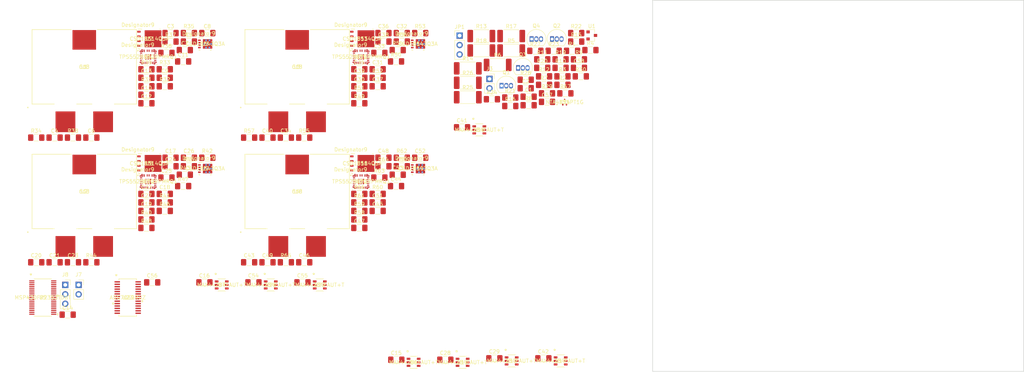
<source format=kicad_pcb>
(kicad_pcb (version 20171130) (host pcbnew "(5.0.0)")
  (layers (0 F.Cu signal) (31 B.Cu signal) (34 B.Paste user) (35 F.Paste user) (36 B.SilkS user) (37 F.SilkS user) (38 B.Mask user) (39 F.Mask user) (44 Edge.Cuts user))
  (net 0 "")
  (net 1 Pgnd)
  (net 2 "Net-(C1-Pad1)")
  (net 3 +3V3)
  (net 4 /DC/DC_Converter/PVin+)
  (net 5 "Net-(C6-Pad2)")
  (net 6 "Net-(C6-Pad1)")
  (net 7 "Net-(C7-Pad1)")
  (net 8 "Net-(C8-Pad2)")
  (net 9 "Net-(C8-Pad1)")
  (net 10 /DC/DC_Converter/ISP)
  (net 11 "Net-(C11-Pad1)")
  (net 12 "Net-(C11-Pad2)")
  (net 13 "Net-(C14-Pad1)")
  (net 14 /sheet608C3AAC/PVin+)
  (net 15 "Net-(C20-Pad2)")
  (net 16 "Net-(C20-Pad1)")
  (net 17 "Net-(C21-Pad1)")
  (net 18 "Net-(C22-Pad1)")
  (net 19 "Net-(C22-Pad2)")
  (net 20 /sheet608C3AAC/ISP)
  (net 21 "Net-(C25-Pad2)")
  (net 22 "Net-(C25-Pad1)")
  (net 23 /sheet608C70A5/PVin+)
  (net 24 "Net-(C33-Pad1)")
  (net 25 "Net-(C33-Pad2)")
  (net 26 "Net-(C34-Pad1)")
  (net 27 "Net-(C35-Pad2)")
  (net 28 "Net-(C35-Pad1)")
  (net 29 /sheet608C70A5/ISP)
  (net 30 "Net-(C38-Pad1)")
  (net 31 "Net-(C38-Pad2)")
  (net 32 /sheet608DD8EC/PVin+)
  (net 33 "Net-(C46-Pad1)")
  (net 34 "Net-(C46-Pad2)")
  (net 35 "Net-(C47-Pad1)")
  (net 36 "Net-(C48-Pad1)")
  (net 37 "Net-(C48-Pad2)")
  (net 38 /sheet608DD8EC/ISP)
  (net 39 "Net-(C51-Pad2)")
  (net 40 "Net-(C51-Pad1)")
  (net 41 +12V)
  (net 42 "Net-(J7-Pad2)")
  (net 43 "Net-(J7-Pad1)")
  (net 44 "Net-(J8-Pad1)")
  (net 45 "Net-(J8-Pad2)")
  (net 46 "Net-(Q1-Pad2)")
  (net 47 "Net-(Q1-Pad3)")
  (net 48 /DC/DC_Converter/FB)
  (net 49 /sheet608C3AAC/FB)
  (net 50 "Net-(Q2-Pad3)")
  (net 51 "Net-(Q2-Pad2)")
  (net 52 "Net-(Q3-Pad2)")
  (net 53 "Net-(Q3-Pad3)")
  (net 54 /sheet608C70A5/FB)
  (net 55 /sheet608DD8EC/FB)
  (net 56 "Net-(Q4-Pad3)")
  (net 57 "Net-(Q4-Pad2)")
  (net 58 /current_Sense/R+)
  (net 59 Vpv1)
  (net 60 Vpv2)
  (net 61 /sheet608C3AAE/R+)
  (net 62 DAC1)
  (net 63 DAC2)
  (net 64 /DC/DC_Converter/ISN)
  (net 65 Vout)
  (net 66 DAC4)
  (net 67 DAC3)
  (net 68 /sheet608C70A6/R+)
  (net 69 /sheet608DD8ED/R+)
  (net 70 Vpv4)
  (net 71 Vpv3)
  (net 72 "Net-(R31-Pad2)")
  (net 73 "Net-(R33-Pad2)")
  (net 74 "Net-(R33-Pad1)")
  (net 75 "Net-(R34-Pad1)")
  (net 76 "Net-(R35-Pad1)")
  (net 77 "Net-(R36-Pad1)")
  (net 78 "Net-(R37-Pad1)")
  (net 79 "Net-(R37-Pad2)")
  (net 80 "Net-(R38-Pad1)")
  (net 81 "Net-(R40-Pad2)")
  (net 82 "Net-(R42-Pad1)")
  (net 83 "Net-(R42-Pad2)")
  (net 84 "Net-(R43-Pad1)")
  (net 85 "Net-(R44-Pad1)")
  (net 86 "Net-(R45-Pad1)")
  (net 87 "Net-(R46-Pad2)")
  (net 88 "Net-(R46-Pad1)")
  (net 89 "Net-(R47-Pad1)")
  (net 90 "Net-(R49-Pad2)")
  (net 91 "Net-(R51-Pad2)")
  (net 92 "Net-(R51-Pad1)")
  (net 93 "Net-(R52-Pad1)")
  (net 94 "Net-(R53-Pad1)")
  (net 95 "Net-(R54-Pad1)")
  (net 96 "Net-(R55-Pad1)")
  (net 97 "Net-(R55-Pad2)")
  (net 98 "Net-(R56-Pad1)")
  (net 99 "Net-(R58-Pad2)")
  (net 100 "Net-(R60-Pad1)")
  (net 101 "Net-(R60-Pad2)")
  (net 102 "Net-(R61-Pad1)")
  (net 103 "Net-(R62-Pad1)")
  (net 104 "Net-(R63-Pad1)")
  (net 105 "Net-(R64-Pad2)")
  (net 106 "Net-(R64-Pad1)")
  (net 107 "Net-(R65-Pad1)")
  (net 108 "Net-(R67-Pad1)")
  (net 109 "Net-(U4-Pad16)")
  (net 110 "Net-(U5-Pad38)")
  (net 111 "Net-(U5-Pad37)")
  (net 112 "Net-(U5-Pad36)")
  (net 113 "Net-(U5-Pad35)")
  (net 114 "Net-(U5-Pad33)")
  (net 115 "Net-(U5-Pad32)")
  (net 116 "Net-(U5-Pad31)")
  (net 117 /mux/A0)
  (net 118 /mux/A1)
  (net 119 /mux/A2)
  (net 120 /mux/A3)
  (net 121 "Net-(U5-Pad23)")
  (net 122 "Net-(U5-Pad22)")
  (net 123 "Net-(U5-Pad21)")
  (net 124 "Net-(U5-Pad20)")
  (net 125 "Net-(U5-Pad19)")
  (net 126 "Net-(U5-Pad18)")
  (net 127 "Net-(U5-Pad17)")
  (net 128 "Net-(U5-Pad16)")
  (net 129 "Net-(U5-Pad15)")
  (net 130 "Net-(U5-Pad14)")
  (net 131 "Net-(U5-Pad13)")
  (net 132 "Net-(U5-Pad12)")
  (net 133 /uC_MPPT/ADC)
  (net 134 "Net-(U5-Pad5)")
  (net 135 "Net-(U5-Pad4)")
  (net 136 "Net-(U5-Pad3)")
  (net 137 "Net-(U5-Pad1)")
  (net 138 Ipv1)
  (net 139 Imppt1)
  (net 140 "Net-(U10-Pad16)")
  (net 141 Ipv2)
  (net 142 Imppt2)
  (net 143 "Net-(U15-Pad16)")
  (net 144 Ipv4)
  (net 145 Imppt4)
  (net 146 "Net-(U20-Pad16)")
  (net 147 Ipv3)
  (net 148 Imppt3)
  (net 149 "Net-(U23-Pad2)")
  (net 150 "Net-(U23-Pad3)")
  (net 151 "Net-(U23-Pad4)")
  (net 152 "Net-(U23-Pad5)")
  (net 153 "Net-(U23-Pad6)")
  (net 154 "Net-(U23-Pad13)")
  (module Capacitor_SMD:C_1206_3216Metric_Pad1.42x1.75mm_HandSolder (layer F.Cu) (at 66.585001 125.991001)
    (fp_text reference C1 (at 0 -1.82) (layer F.SilkS))
    (fp_text value 1u)
    (pad 2 smd roundrect (at 1.4875 0) (size 1.425 1.75) (layers F.Cu F.Paste F.Mask) (roundrect_rratio 0.175439) (net 1 Pgnd))
    (pad 1 smd roundrect (at -1.4875 0) (size 1.425 1.75) (layers F.Cu F.Paste F.Mask) (roundrect_rratio 0.175439) (net 2 "Net-(C1-Pad1)"))
  )
  (module Capacitor_SMD:C_1206_3216Metric_Pad1.42x1.75mm_HandSolder (layer F.Cu) (at 65.795001 123.701001)
    (fp_text reference C2 (at 0 -1.82) (layer F.SilkS))
    (fp_text value 100n)
    (pad 2 smd roundrect (at 1.4875 0) (size 1.425 1.75) (layers F.Cu F.Paste F.Mask) (roundrect_rratio 0.175439) (net 1 Pgnd))
    (pad 1 smd roundrect (at -1.4875 0) (size 1.425 1.75) (layers F.Cu F.Paste F.Mask) (roundrect_rratio 0.175439) (net 3 +3V3))
  )
  (module Capacitor_SMD:C_1206_3216Metric_Pad1.42x1.75mm_HandSolder (layer F.Cu) (at -29.914999 108.841001)
    (fp_text reference C3 (at 0 -1.82) (layer F.SilkS))
    (fp_text value 150u)
    (pad 1 smd roundrect (at -1.4875 0) (size 1.425 1.75) (layers F.Cu F.Paste F.Mask) (roundrect_rratio 0.175439) (net 4 /DC/DC_Converter/PVin+))
    (pad 2 smd roundrect (at 1.4875 0) (size 1.425 1.75) (layers F.Cu F.Paste F.Mask) (roundrect_rratio 0.175439) (net 1 Pgnd))
  )
  (module Capacitor_SMD:C_1206_3216Metric_Pad1.42x1.75mm_HandSolder (layer F.Cu) (at -61.154999 137.011001)
    (fp_text reference C4 (at 0 -1.82) (layer F.SilkS))
    (fp_text value 150u)
    (pad 1 smd roundrect (at -1.4875 0) (size 1.425 1.75) (layers F.Cu F.Paste F.Mask) (roundrect_rratio 0.175439) (net 4 /DC/DC_Converter/PVin+))
    (pad 2 smd roundrect (at 1.4875 0) (size 1.425 1.75) (layers F.Cu F.Paste F.Mask) (roundrect_rratio 0.175439) (net 1 Pgnd))
  )
  (module Capacitor_SMD:C_1206_3216Metric_Pad1.42x1.75mm_HandSolder (layer F.Cu) (at -24.964999 111.131001)
    (fp_text reference C5 (at 0 -1.82) (layer F.SilkS))
    (fp_text value 10u)
    (pad 2 smd roundrect (at 1.4875 0) (size 1.425 1.75) (layers F.Cu F.Paste F.Mask) (roundrect_rratio 0.175439) (net 1 Pgnd))
    (pad 1 smd roundrect (at -1.4875 0) (size 1.425 1.75) (layers F.Cu F.Paste F.Mask) (roundrect_rratio 0.175439) (net 4 /DC/DC_Converter/PVin+))
  )
  (module Capacitor_SMD:C_1206_3216Metric_Pad1.42x1.75mm_HandSolder (layer F.Cu) (at -51.254999 137.011001)
    (fp_text reference C6 (at 0 -1.82) (layer F.SilkS))
    (fp_text value 100n)
    (pad 2 smd roundrect (at 1.4875 0) (size 1.425 1.75) (layers F.Cu F.Paste F.Mask) (roundrect_rratio 0.175439) (net 5 "Net-(C6-Pad2)"))
    (pad 1 smd roundrect (at -1.4875 0) (size 1.425 1.75) (layers F.Cu F.Paste F.Mask) (roundrect_rratio 0.175439) (net 6 "Net-(C6-Pad1)"))
  )
  (module Capacitor_SMD:C_1206_3216Metric_Pad1.42x1.75mm_HandSolder (layer F.Cu) (at -26.064999 113.421001)
    (fp_text reference C7 (at 0 -1.82) (layer F.SilkS))
    (fp_text value 4u7)
    (pad 2 smd roundrect (at 1.4875 0) (size 1.425 1.75) (layers F.Cu F.Paste F.Mask) (roundrect_rratio 0.175439) (net 1 Pgnd))
    (pad 1 smd roundrect (at -1.4875 0) (size 1.425 1.75) (layers F.Cu F.Paste F.Mask) (roundrect_rratio 0.175439) (net 7 "Net-(C7-Pad1)"))
  )
  (module Capacitor_SMD:C_1206_3216Metric_Pad1.42x1.75mm_HandSolder (layer F.Cu) (at -20.014999 108.841001)
    (fp_text reference C8 (at 0 -1.82) (layer F.SilkS))
    (fp_text value 100n)
    (pad 2 smd roundrect (at 1.4875 0) (size 1.425 1.75) (layers F.Cu F.Paste F.Mask) (roundrect_rratio 0.175439) (net 8 "Net-(C8-Pad2)"))
    (pad 1 smd roundrect (at -1.4875 0) (size 1.425 1.75) (layers F.Cu F.Paste F.Mask) (roundrect_rratio 0.175439) (net 9 "Net-(C8-Pad1)"))
  )
  (module Capacitor_SMD:C_1206_3216Metric_Pad1.42x1.75mm_HandSolder (layer F.Cu) (at -31.464999 120.881001)
    (fp_text reference C9 (at 0 -1.82) (layer F.SilkS))
    (fp_text value 10u)
    (pad 1 smd roundrect (at -1.4875 0) (size 1.425 1.75) (layers F.Cu F.Paste F.Mask) (roundrect_rratio 0.175439) (net 10 /DC/DC_Converter/ISP))
    (pad 2 smd roundrect (at 1.4875 0) (size 1.425 1.75) (layers F.Cu F.Paste F.Mask) (roundrect_rratio 0.175439) (net 1 Pgnd))
  )
  (module Capacitor_SMD:C_1206_3216Metric_Pad1.42x1.75mm_HandSolder (layer F.Cu) (at -36.414999 125.461001)
    (fp_text reference C10 (at 0 -1.82) (layer F.SilkS))
    (fp_text value 10u)
    (pad 2 smd roundrect (at 1.4875 0) (size 1.425 1.75) (layers F.Cu F.Paste F.Mask) (roundrect_rratio 0.175439) (net 1 Pgnd))
    (pad 1 smd roundrect (at -1.4875 0) (size 1.425 1.75) (layers F.Cu F.Paste F.Mask) (roundrect_rratio 0.175439) (net 10 /DC/DC_Converter/ISP))
  )
  (module Capacitor_SMD:C_1206_3216Metric_Pad1.42x1.75mm_HandSolder (layer F.Cu) (at -26.514999 116.481001)
    (fp_text reference C11 (at 0 -1.82) (layer F.SilkS))
    (fp_text value 100n)
    (pad 1 smd roundrect (at -1.4875 0) (size 1.425 1.75) (layers F.Cu F.Paste F.Mask) (roundrect_rratio 0.175439) (net 11 "Net-(C11-Pad1)"))
    (pad 2 smd roundrect (at 1.4875 0) (size 1.425 1.75) (layers F.Cu F.Paste F.Mask) (roundrect_rratio 0.175439) (net 12 "Net-(C11-Pad2)"))
  )
  (module Capacitor_SMD:C_1206_3216Metric_Pad1.42x1.75mm_HandSolder (layer F.Cu) (at -36.414999 127.751001)
    (fp_text reference C12 (at 0 -1.82) (layer F.SilkS))
    (fp_text value 39u)
    (pad 1 smd roundrect (at -1.4875 0) (size 1.425 1.75) (layers F.Cu F.Paste F.Mask) (roundrect_rratio 0.175439) (net 10 /DC/DC_Converter/ISP))
    (pad 2 smd roundrect (at 1.4875 0) (size 1.425 1.75) (layers F.Cu F.Paste F.Mask) (roundrect_rratio 0.175439) (net 1 Pgnd))
  )
  (module Capacitor_SMD:C_1206_3216Metric_Pad1.42x1.75mm_HandSolder (layer F.Cu) (at -36.414999 120.881001)
    (fp_text reference C13 (at 0 -1.82) (layer F.SilkS))
    (fp_text value 39u)
    (pad 2 smd roundrect (at 1.4875 0) (size 1.425 1.75) (layers F.Cu F.Paste F.Mask) (roundrect_rratio 0.175439) (net 1 Pgnd))
    (pad 1 smd roundrect (at -1.4875 0) (size 1.425 1.75) (layers F.Cu F.Paste F.Mask) (roundrect_rratio 0.175439) (net 10 /DC/DC_Converter/ISP))
  )
  (module Capacitor_SMD:C_1206_3216Metric_Pad1.42x1.75mm_HandSolder (layer F.Cu) (at -57.634999 184.721001)
    (fp_text reference C14 (at 0 -1.82) (layer F.SilkS))
    (fp_text value C)
    (pad 2 smd roundrect (at 1.4875 0) (size 1.425 1.75) (layers F.Cu F.Paste F.Mask) (roundrect_rratio 0.175439) (net 1 Pgnd))
    (pad 1 smd roundrect (at -1.4875 0) (size 1.425 1.75) (layers F.Cu F.Paste F.Mask) (roundrect_rratio 0.175439) (net 13 "Net-(C14-Pad1)"))
  )
  (module Capacitor_SMD:C_1206_3216Metric_Pad1.42x1.75mm_HandSolder (layer F.Cu) (at 30.923001 196.875001)
    (fp_text reference C15 (at 0 -1.82) (layer F.SilkS))
    (fp_text value 100n)
    (pad 1 smd roundrect (at -1.4875 0) (size 1.425 1.75) (layers F.Cu F.Paste F.Mask) (roundrect_rratio 0.175439) (net 3 +3V3))
    (pad 2 smd roundrect (at 1.4875 0) (size 1.425 1.75) (layers F.Cu F.Paste F.Mask) (roundrect_rratio 0.175439) (net 1 Pgnd))
  )
  (module Capacitor_SMD:C_1206_3216Metric_Pad1.42x1.75mm_HandSolder (layer F.Cu) (at -20.784999 176.021001)
    (fp_text reference C16 (at 0 -1.82) (layer F.SilkS))
    (fp_text value 100n)
    (pad 2 smd roundrect (at 1.4875 0) (size 1.425 1.75) (layers F.Cu F.Paste F.Mask) (roundrect_rratio 0.175439) (net 1 Pgnd))
    (pad 1 smd roundrect (at -1.4875 0) (size 1.425 1.75) (layers F.Cu F.Paste F.Mask) (roundrect_rratio 0.175439) (net 3 +3V3))
  )
  (module Capacitor_SMD:C_1206_3216Metric_Pad1.42x1.75mm_HandSolder (layer F.Cu) (at -29.914999 142.431001)
    (fp_text reference C17 (at 0 -1.82) (layer F.SilkS))
    (fp_text value 150u)
    (pad 2 smd roundrect (at 1.4875 0) (size 1.425 1.75) (layers F.Cu F.Paste F.Mask) (roundrect_rratio 0.175439) (net 1 Pgnd))
    (pad 1 smd roundrect (at -1.4875 0) (size 1.425 1.75) (layers F.Cu F.Paste F.Mask) (roundrect_rratio 0.175439) (net 14 /sheet608C3AAC/PVin+))
  )
  (module Capacitor_SMD:C_1206_3216Metric_Pad1.42x1.75mm_HandSolder (layer F.Cu) (at -31.464999 152.181001)
    (fp_text reference C18 (at 0 -1.82) (layer F.SilkS))
    (fp_text value 150u)
    (pad 2 smd roundrect (at 1.4875 0) (size 1.425 1.75) (layers F.Cu F.Paste F.Mask) (roundrect_rratio 0.175439) (net 1 Pgnd))
    (pad 1 smd roundrect (at -1.4875 0) (size 1.425 1.75) (layers F.Cu F.Paste F.Mask) (roundrect_rratio 0.175439) (net 14 /sheet608C3AAC/PVin+))
  )
  (module Capacitor_SMD:C_1206_3216Metric_Pad1.42x1.75mm_HandSolder (layer F.Cu) (at -36.414999 156.761001)
    (fp_text reference C19 (at 0 -1.82) (layer F.SilkS))
    (fp_text value 10u)
    (pad 1 smd roundrect (at -1.4875 0) (size 1.425 1.75) (layers F.Cu F.Paste F.Mask) (roundrect_rratio 0.175439) (net 14 /sheet608C3AAC/PVin+))
    (pad 2 smd roundrect (at 1.4875 0) (size 1.425 1.75) (layers F.Cu F.Paste F.Mask) (roundrect_rratio 0.175439) (net 1 Pgnd))
  )
  (module Capacitor_SMD:C_1206_3216Metric_Pad1.42x1.75mm_HandSolder (layer F.Cu) (at -66.104999 170.601001)
    (fp_text reference C20 (at 0 -1.82) (layer F.SilkS))
    (fp_text value 100n)
    (pad 2 smd roundrect (at 1.4875 0) (size 1.425 1.75) (layers F.Cu F.Paste F.Mask) (roundrect_rratio 0.175439) (net 15 "Net-(C20-Pad2)"))
    (pad 1 smd roundrect (at -1.4875 0) (size 1.425 1.75) (layers F.Cu F.Paste F.Mask) (roundrect_rratio 0.175439) (net 16 "Net-(C20-Pad1)"))
  )
  (module Capacitor_SMD:C_1206_3216Metric_Pad1.42x1.75mm_HandSolder (layer F.Cu) (at -61.154999 170.601001)
    (fp_text reference C21 (at 0 -1.82) (layer F.SilkS))
    (fp_text value 4u7)
    (pad 1 smd roundrect (at -1.4875 0) (size 1.425 1.75) (layers F.Cu F.Paste F.Mask) (roundrect_rratio 0.175439) (net 17 "Net-(C21-Pad1)"))
    (pad 2 smd roundrect (at 1.4875 0) (size 1.425 1.75) (layers F.Cu F.Paste F.Mask) (roundrect_rratio 0.175439) (net 1 Pgnd))
  )
  (module Capacitor_SMD:C_1206_3216Metric_Pad1.42x1.75mm_HandSolder (layer F.Cu) (at -36.414999 152.181001)
    (fp_text reference C22 (at 0 -1.82) (layer F.SilkS))
    (fp_text value 100n)
    (pad 1 smd roundrect (at -1.4875 0) (size 1.425 1.75) (layers F.Cu F.Paste F.Mask) (roundrect_rratio 0.175439) (net 18 "Net-(C22-Pad1)"))
    (pad 2 smd roundrect (at 1.4875 0) (size 1.425 1.75) (layers F.Cu F.Paste F.Mask) (roundrect_rratio 0.175439) (net 19 "Net-(C22-Pad2)"))
  )
  (module Capacitor_SMD:C_1206_3216Metric_Pad1.42x1.75mm_HandSolder (layer F.Cu) (at -56.204999 170.601001)
    (fp_text reference C23 (at 0 -1.82) (layer F.SilkS))
    (fp_text value 10u)
    (pad 2 smd roundrect (at 1.4875 0) (size 1.425 1.75) (layers F.Cu F.Paste F.Mask) (roundrect_rratio 0.175439) (net 1 Pgnd))
    (pad 1 smd roundrect (at -1.4875 0) (size 1.425 1.75) (layers F.Cu F.Paste F.Mask) (roundrect_rratio 0.175439) (net 20 /sheet608C3AAC/ISP))
  )
  (module Capacitor_SMD:C_1206_3216Metric_Pad1.42x1.75mm_HandSolder (layer F.Cu) (at -29.914999 144.721001)
    (fp_text reference C24 (at 0 -1.82) (layer F.SilkS))
    (fp_text value 10u)
    (pad 1 smd roundrect (at -1.4875 0) (size 1.425 1.75) (layers F.Cu F.Paste F.Mask) (roundrect_rratio 0.175439) (net 20 /sheet608C3AAC/ISP))
    (pad 2 smd roundrect (at 1.4875 0) (size 1.425 1.75) (layers F.Cu F.Paste F.Mask) (roundrect_rratio 0.175439) (net 1 Pgnd))
  )
  (module Capacitor_SMD:C_1206_3216Metric_Pad1.42x1.75mm_HandSolder (layer F.Cu) (at -31.014999 147.781001)
    (fp_text reference C25 (at 0 -1.82) (layer F.SilkS))
    (fp_text value 100n)
    (pad 2 smd roundrect (at 1.4875 0) (size 1.425 1.75) (layers F.Cu F.Paste F.Mask) (roundrect_rratio 0.175439) (net 21 "Net-(C25-Pad2)"))
    (pad 1 smd roundrect (at -1.4875 0) (size 1.425 1.75) (layers F.Cu F.Paste F.Mask) (roundrect_rratio 0.175439) (net 22 "Net-(C25-Pad1)"))
  )
  (module Capacitor_SMD:C_1206_3216Metric_Pad1.42x1.75mm_HandSolder (layer F.Cu) (at -24.964999 142.431001)
    (fp_text reference C26 (at 0 -1.82) (layer F.SilkS))
    (fp_text value 39u)
    (pad 1 smd roundrect (at -1.4875 0) (size 1.425 1.75) (layers F.Cu F.Paste F.Mask) (roundrect_rratio 0.175439) (net 20 /sheet608C3AAC/ISP))
    (pad 2 smd roundrect (at 1.4875 0) (size 1.425 1.75) (layers F.Cu F.Paste F.Mask) (roundrect_rratio 0.175439) (net 1 Pgnd))
  )
  (module Capacitor_SMD:C_1206_3216Metric_Pad1.42x1.75mm_HandSolder (layer F.Cu) (at -36.414999 154.471001)
    (fp_text reference C27 (at 0 -1.82) (layer F.SilkS))
    (fp_text value 39u)
    (pad 1 smd roundrect (at -1.4875 0) (size 1.425 1.75) (layers F.Cu F.Paste F.Mask) (roundrect_rratio 0.175439) (net 20 /sheet608C3AAC/ISP))
    (pad 2 smd roundrect (at 1.4875 0) (size 1.425 1.75) (layers F.Cu F.Paste F.Mask) (roundrect_rratio 0.175439) (net 1 Pgnd))
  )
  (module Capacitor_SMD:C_1206_3216Metric_Pad1.42x1.75mm_HandSolder (layer F.Cu) (at 44.133001 196.875001)
    (fp_text reference C28 (at 0 -1.82) (layer F.SilkS))
    (fp_text value 100n)
    (pad 1 smd roundrect (at -1.4875 0) (size 1.425 1.75) (layers F.Cu F.Paste F.Mask) (roundrect_rratio 0.175439) (net 3 +3V3))
    (pad 2 smd roundrect (at 1.4875 0) (size 1.425 1.75) (layers F.Cu F.Paste F.Mask) (roundrect_rratio 0.175439) (net 1 Pgnd))
  )
  (module Capacitor_SMD:C_1206_3216Metric_Pad1.42x1.75mm_HandSolder (layer F.Cu) (at 57.343001 196.495001)
    (fp_text reference C29 (at 0 -1.82) (layer F.SilkS))
    (fp_text value 100n)
    (pad 2 smd roundrect (at 1.4875 0) (size 1.425 1.75) (layers F.Cu F.Paste F.Mask) (roundrect_rratio 0.175439) (net 1 Pgnd))
    (pad 1 smd roundrect (at -1.4875 0) (size 1.425 1.75) (layers F.Cu F.Paste F.Mask) (roundrect_rratio 0.175439) (net 3 +3V3))
  )
  (module Capacitor_SMD:C_1206_3216Metric_Pad1.42x1.75mm_HandSolder (layer F.Cu) (at 20.955001 123.171001)
    (fp_text reference C30 (at 0 -1.82) (layer F.SilkS))
    (fp_text value 150u)
    (pad 1 smd roundrect (at -1.4875 0) (size 1.425 1.75) (layers F.Cu F.Paste F.Mask) (roundrect_rratio 0.175439) (net 23 /sheet608C70A5/PVin+))
    (pad 2 smd roundrect (at 1.4875 0) (size 1.425 1.75) (layers F.Cu F.Paste F.Mask) (roundrect_rratio 0.175439) (net 1 Pgnd))
  )
  (module Capacitor_SMD:C_1206_3216Metric_Pad1.42x1.75mm_HandSolder (layer F.Cu) (at 25.905001 118.591001)
    (fp_text reference C31 (at 0 -1.82) (layer F.SilkS))
    (fp_text value 150u)
    (pad 2 smd roundrect (at 1.4875 0) (size 1.425 1.75) (layers F.Cu F.Paste F.Mask) (roundrect_rratio 0.175439) (net 1 Pgnd))
    (pad 1 smd roundrect (at -1.4875 0) (size 1.425 1.75) (layers F.Cu F.Paste F.Mask) (roundrect_rratio 0.175439) (net 23 /sheet608C70A5/PVin+))
  )
  (module Capacitor_SMD:C_1206_3216Metric_Pad1.42x1.75mm_HandSolder (layer F.Cu) (at 32.405001 108.841001)
    (fp_text reference C32 (at 0 -1.82) (layer F.SilkS))
    (fp_text value 10u)
    (pad 1 smd roundrect (at -1.4875 0) (size 1.425 1.75) (layers F.Cu F.Paste F.Mask) (roundrect_rratio 0.175439) (net 23 /sheet608C70A5/PVin+))
    (pad 2 smd roundrect (at 1.4875 0) (size 1.425 1.75) (layers F.Cu F.Paste F.Mask) (roundrect_rratio 0.175439) (net 1 Pgnd))
  )
  (module Capacitor_SMD:C_1206_3216Metric_Pad1.42x1.75mm_HandSolder (layer F.Cu) (at 26.355001 114.191001)
    (fp_text reference C33 (at 0 -1.82) (layer F.SilkS))
    (fp_text value 100n)
    (pad 1 smd roundrect (at -1.4875 0) (size 1.425 1.75) (layers F.Cu F.Paste F.Mask) (roundrect_rratio 0.175439) (net 24 "Net-(C33-Pad1)"))
    (pad 2 smd roundrect (at 1.4875 0) (size 1.425 1.75) (layers F.Cu F.Paste F.Mask) (roundrect_rratio 0.175439) (net 25 "Net-(C33-Pad2)"))
  )
  (module Capacitor_SMD:C_1206_3216Metric_Pad1.42x1.75mm_HandSolder (layer F.Cu) (at 1.165001 137.011001)
    (fp_text reference C34 (at 0 -1.82) (layer F.SilkS))
    (fp_text value 4u7)
    (pad 1 smd roundrect (at -1.4875 0) (size 1.425 1.75) (layers F.Cu F.Paste F.Mask) (roundrect_rratio 0.175439) (net 26 "Net-(C34-Pad1)"))
    (pad 2 smd roundrect (at 1.4875 0) (size 1.425 1.75) (layers F.Cu F.Paste F.Mask) (roundrect_rratio 0.175439) (net 1 Pgnd))
  )
  (module Capacitor_SMD:C_1206_3216Metric_Pad1.42x1.75mm_HandSolder (layer F.Cu) (at 20.955001 118.591001)
    (fp_text reference C35 (at 0 -1.82) (layer F.SilkS))
    (fp_text value 100n)
    (pad 2 smd roundrect (at 1.4875 0) (size 1.425 1.75) (layers F.Cu F.Paste F.Mask) (roundrect_rratio 0.175439) (net 27 "Net-(C35-Pad2)"))
    (pad 1 smd roundrect (at -1.4875 0) (size 1.425 1.75) (layers F.Cu F.Paste F.Mask) (roundrect_rratio 0.175439) (net 28 "Net-(C35-Pad1)"))
  )
  (module Capacitor_SMD:C_1206_3216Metric_Pad1.42x1.75mm_HandSolder (layer F.Cu) (at 27.455001 108.841001)
    (fp_text reference C36 (at 0 -1.82) (layer F.SilkS))
    (fp_text value 10u)
    (pad 1 smd roundrect (at -1.4875 0) (size 1.425 1.75) (layers F.Cu F.Paste F.Mask) (roundrect_rratio 0.175439) (net 29 /sheet608C70A5/ISP))
    (pad 2 smd roundrect (at 1.4875 0) (size 1.425 1.75) (layers F.Cu F.Paste F.Mask) (roundrect_rratio 0.175439) (net 1 Pgnd))
  )
  (module Capacitor_SMD:C_1206_3216Metric_Pad1.42x1.75mm_HandSolder (layer F.Cu) (at 25.905001 123.171001)
    (fp_text reference C37 (at 0 -1.82) (layer F.SilkS))
    (fp_text value 10u)
    (pad 2 smd roundrect (at 1.4875 0) (size 1.425 1.75) (layers F.Cu F.Paste F.Mask) (roundrect_rratio 0.175439) (net 1 Pgnd))
    (pad 1 smd roundrect (at -1.4875 0) (size 1.425 1.75) (layers F.Cu F.Paste F.Mask) (roundrect_rratio 0.175439) (net 29 /sheet608C70A5/ISP))
  )
  (module Capacitor_SMD:C_1206_3216Metric_Pad1.42x1.75mm_HandSolder (layer F.Cu) (at 27.455001 111.131001)
    (fp_text reference C38 (at 0 -1.82) (layer F.SilkS))
    (fp_text value 100n)
    (pad 1 smd roundrect (at -1.4875 0) (size 1.425 1.75) (layers F.Cu F.Paste F.Mask) (roundrect_rratio 0.175439) (net 30 "Net-(C38-Pad1)"))
    (pad 2 smd roundrect (at 1.4875 0) (size 1.425 1.75) (layers F.Cu F.Paste F.Mask) (roundrect_rratio 0.175439) (net 31 "Net-(C38-Pad2)"))
  )
  (module Capacitor_SMD:C_1206_3216Metric_Pad1.42x1.75mm_HandSolder (layer F.Cu) (at 20.955001 120.881001)
    (fp_text reference C39 (at 0 -1.82) (layer F.SilkS))
    (fp_text value 39u)
    (pad 2 smd roundrect (at 1.4875 0) (size 1.425 1.75) (layers F.Cu F.Paste F.Mask) (roundrect_rratio 0.175439) (net 1 Pgnd))
    (pad 1 smd roundrect (at -1.4875 0) (size 1.425 1.75) (layers F.Cu F.Paste F.Mask) (roundrect_rratio 0.175439) (net 29 /sheet608C70A5/ISP))
  )
  (module Capacitor_SMD:C_1206_3216Metric_Pad1.42x1.75mm_HandSolder (layer F.Cu) (at -3.784999 137.011001)
    (fp_text reference C40 (at 0 -1.82) (layer F.SilkS))
    (fp_text value 39u)
    (pad 1 smd roundrect (at -1.4875 0) (size 1.425 1.75) (layers F.Cu F.Paste F.Mask) (roundrect_rratio 0.175439) (net 29 /sheet608C70A5/ISP))
    (pad 2 smd roundrect (at 1.4875 0) (size 1.425 1.75) (layers F.Cu F.Paste F.Mask) (roundrect_rratio 0.175439) (net 1 Pgnd))
  )
  (module Capacitor_SMD:C_1206_3216Metric_Pad1.42x1.75mm_HandSolder (layer F.Cu) (at 48.635001 134.231001)
    (fp_text reference C41 (at 0 -1.82) (layer F.SilkS))
    (fp_text value 100n)
    (pad 2 smd roundrect (at 1.4875 0) (size 1.425 1.75) (layers F.Cu F.Paste F.Mask) (roundrect_rratio 0.175439) (net 1 Pgnd))
    (pad 1 smd roundrect (at -1.4875 0) (size 1.425 1.75) (layers F.Cu F.Paste F.Mask) (roundrect_rratio 0.175439) (net 3 +3V3))
  )
  (module Capacitor_SMD:C_1206_3216Metric_Pad1.42x1.75mm_HandSolder (layer F.Cu) (at 70.553001 196.495001)
    (fp_text reference C42 (at 0 -1.82) (layer F.SilkS))
    (fp_text value 100n)
    (pad 1 smd roundrect (at -1.4875 0) (size 1.425 1.75) (layers F.Cu F.Paste F.Mask) (roundrect_rratio 0.175439) (net 3 +3V3))
    (pad 2 smd roundrect (at 1.4875 0) (size 1.425 1.75) (layers F.Cu F.Paste F.Mask) (roundrect_rratio 0.175439) (net 1 Pgnd))
  )
  (module Capacitor_SMD:C_1206_3216Metric_Pad1.42x1.75mm_HandSolder (layer F.Cu) (at -8.734999 170.601001)
    (fp_text reference C43 (at 0 -1.82) (layer F.SilkS))
    (fp_text value 150u)
    (pad 2 smd roundrect (at 1.4875 0) (size 1.425 1.75) (layers F.Cu F.Paste F.Mask) (roundrect_rratio 0.175439) (net 1 Pgnd))
    (pad 1 smd roundrect (at -1.4875 0) (size 1.425 1.75) (layers F.Cu F.Paste F.Mask) (roundrect_rratio 0.175439) (net 32 /sheet608DD8EC/PVin+))
  )
  (module Capacitor_SMD:C_1206_3216Metric_Pad1.42x1.75mm_HandSolder (layer F.Cu) (at 30.855001 150.071001)
    (fp_text reference C44 (at 0 -1.82) (layer F.SilkS))
    (fp_text value 150u)
    (pad 2 smd roundrect (at 1.4875 0) (size 1.425 1.75) (layers F.Cu F.Paste F.Mask) (roundrect_rratio 0.175439) (net 1 Pgnd))
    (pad 1 smd roundrect (at -1.4875 0) (size 1.425 1.75) (layers F.Cu F.Paste F.Mask) (roundrect_rratio 0.175439) (net 32 /sheet608DD8EC/PVin+))
  )
  (module Capacitor_SMD:C_1206_3216Metric_Pad1.42x1.75mm_HandSolder (layer F.Cu) (at 25.905001 156.761001)
    (fp_text reference C45 (at 0 -1.82) (layer F.SilkS))
    (fp_text value 10u)
    (pad 1 smd roundrect (at -1.4875 0) (size 1.425 1.75) (layers F.Cu F.Paste F.Mask) (roundrect_rratio 0.175439) (net 32 /sheet608DD8EC/PVin+))
    (pad 2 smd roundrect (at 1.4875 0) (size 1.425 1.75) (layers F.Cu F.Paste F.Mask) (roundrect_rratio 0.175439) (net 1 Pgnd))
  )
  (module Capacitor_SMD:C_1206_3216Metric_Pad1.42x1.75mm_HandSolder (layer F.Cu) (at 6.115001 170.601001)
    (fp_text reference C46 (at 0 -1.82) (layer F.SilkS))
    (fp_text value 100n)
    (pad 1 smd roundrect (at -1.4875 0) (size 1.425 1.75) (layers F.Cu F.Paste F.Mask) (roundrect_rratio 0.175439) (net 33 "Net-(C46-Pad1)"))
    (pad 2 smd roundrect (at 1.4875 0) (size 1.425 1.75) (layers F.Cu F.Paste F.Mask) (roundrect_rratio 0.175439) (net 34 "Net-(C46-Pad2)"))
  )
  (module Capacitor_SMD:C_1206_3216Metric_Pad1.42x1.75mm_HandSolder (layer F.Cu) (at 20.955001 161.341001)
    (fp_text reference C47 (at 0 -1.82) (layer F.SilkS))
    (fp_text value 4u7)
    (pad 1 smd roundrect (at -1.4875 0) (size 1.425 1.75) (layers F.Cu F.Paste F.Mask) (roundrect_rratio 0.175439) (net 35 "Net-(C47-Pad1)"))
    (pad 2 smd roundrect (at 1.4875 0) (size 1.425 1.75) (layers F.Cu F.Paste F.Mask) (roundrect_rratio 0.175439) (net 1 Pgnd))
  )
  (module Capacitor_SMD:C_1206_3216Metric_Pad1.42x1.75mm_HandSolder (layer F.Cu) (at 27.455001 142.431001)
    (fp_text reference C48 (at 0 -1.82) (layer F.SilkS))
    (fp_text value 100n)
    (pad 1 smd roundrect (at -1.4875 0) (size 1.425 1.75) (layers F.Cu F.Paste F.Mask) (roundrect_rratio 0.175439) (net 36 "Net-(C48-Pad1)"))
    (pad 2 smd roundrect (at 1.4875 0) (size 1.425 1.75) (layers F.Cu F.Paste F.Mask) (roundrect_rratio 0.175439) (net 37 "Net-(C48-Pad2)"))
  )
  (module Capacitor_SMD:C_1206_3216Metric_Pad1.42x1.75mm_HandSolder (layer F.Cu) (at -3.784999 170.601001)
    (fp_text reference C49 (at 0 -1.82) (layer F.SilkS))
    (fp_text value 10u)
    (pad 2 smd roundrect (at 1.4875 0) (size 1.425 1.75) (layers F.Cu F.Paste F.Mask) (roundrect_rratio 0.175439) (net 1 Pgnd))
    (pad 1 smd roundrect (at -1.4875 0) (size 1.425 1.75) (layers F.Cu F.Paste F.Mask) (roundrect_rratio 0.175439) (net 38 /sheet608DD8EC/ISP))
  )
  (module Capacitor_SMD:C_1206_3216Metric_Pad1.42x1.75mm_HandSolder (layer F.Cu) (at 32.405001 144.721001)
    (fp_text reference C50 (at 0 -1.82) (layer F.SilkS))
    (fp_text value 10u)
    (pad 1 smd roundrect (at -1.4875 0) (size 1.425 1.75) (layers F.Cu F.Paste F.Mask) (roundrect_rratio 0.175439) (net 38 /sheet608DD8EC/ISP))
    (pad 2 smd roundrect (at 1.4875 0) (size 1.425 1.75) (layers F.Cu F.Paste F.Mask) (roundrect_rratio 0.175439) (net 1 Pgnd))
  )
  (module Capacitor_SMD:C_1206_3216Metric_Pad1.42x1.75mm_HandSolder (layer F.Cu) (at 25.905001 154.471001)
    (fp_text reference C51 (at 0 -1.82) (layer F.SilkS))
    (fp_text value 100n)
    (pad 2 smd roundrect (at 1.4875 0) (size 1.425 1.75) (layers F.Cu F.Paste F.Mask) (roundrect_rratio 0.175439) (net 39 "Net-(C51-Pad2)"))
    (pad 1 smd roundrect (at -1.4875 0) (size 1.425 1.75) (layers F.Cu F.Paste F.Mask) (roundrect_rratio 0.175439) (net 40 "Net-(C51-Pad1)"))
  )
  (module Capacitor_SMD:C_1206_3216Metric_Pad1.42x1.75mm_HandSolder (layer F.Cu) (at 37.355001 142.431001)
    (fp_text reference C52 (at 0 -1.82) (layer F.SilkS))
    (fp_text value 39u)
    (pad 2 smd roundrect (at 1.4875 0) (size 1.425 1.75) (layers F.Cu F.Paste F.Mask) (roundrect_rratio 0.175439) (net 1 Pgnd))
    (pad 1 smd roundrect (at -1.4875 0) (size 1.425 1.75) (layers F.Cu F.Paste F.Mask) (roundrect_rratio 0.175439) (net 38 /sheet608DD8EC/ISP))
  )
  (module Capacitor_SMD:C_1206_3216Metric_Pad1.42x1.75mm_HandSolder (layer F.Cu) (at 31.305001 147.011001)
    (fp_text reference C53 (at 0 -1.82) (layer F.SilkS))
    (fp_text value 39u)
    (pad 2 smd roundrect (at 1.4875 0) (size 1.425 1.75) (layers F.Cu F.Paste F.Mask) (roundrect_rratio 0.175439) (net 1 Pgnd))
    (pad 1 smd roundrect (at -1.4875 0) (size 1.425 1.75) (layers F.Cu F.Paste F.Mask) (roundrect_rratio 0.175439) (net 38 /sheet608DD8EC/ISP))
  )
  (module Capacitor_SMD:C_1206_3216Metric_Pad1.42x1.75mm_HandSolder (layer F.Cu) (at -7.574999 176.021001)
    (fp_text reference C54 (at 0 -1.82) (layer F.SilkS))
    (fp_text value 100n)
    (pad 1 smd roundrect (at -1.4875 0) (size 1.425 1.75) (layers F.Cu F.Paste F.Mask) (roundrect_rratio 0.175439) (net 3 +3V3))
    (pad 2 smd roundrect (at 1.4875 0) (size 1.425 1.75) (layers F.Cu F.Paste F.Mask) (roundrect_rratio 0.175439) (net 1 Pgnd))
  )
  (module Capacitor_SMD:C_1206_3216Metric_Pad1.42x1.75mm_HandSolder (layer F.Cu) (at 5.635001 176.021001)
    (fp_text reference C55 (at 0 -1.82) (layer F.SilkS))
    (fp_text value 100n)
    (pad 2 smd roundrect (at 1.4875 0) (size 1.425 1.75) (layers F.Cu F.Paste F.Mask) (roundrect_rratio 0.175439) (net 1 Pgnd))
    (pad 1 smd roundrect (at -1.4875 0) (size 1.425 1.75) (layers F.Cu F.Paste F.Mask) (roundrect_rratio 0.175439) (net 3 +3V3))
  )
  (module Capacitor_SMD:C_1206_3216Metric_Pad1.42x1.75mm_HandSolder (layer F.Cu) (at -34.854999 176.021001)
    (fp_text reference C56 (at 0 -1.82) (layer F.SilkS))
    (fp_text value 100n)
    (pad 1 smd roundrect (at -1.4875 0) (size 1.425 1.75) (layers F.Cu F.Paste F.Mask) (roundrect_rratio 0.175439) (net 3 +3V3))
    (pad 2 smd roundrect (at 1.4875 0) (size 1.425 1.75) (layers F.Cu F.Paste F.Mask) (roundrect_rratio 0.175439) (net 1 Pgnd))
  )
  (module Capacitor_SMD:C_1206_3216Metric_Pad1.42x1.75mm_HandSolder (layer F.Cu) (at 71.535001 127.371001)
    (fp_text reference C57 (at 0 -1.82) (layer F.SilkS))
    (fp_text value 1u)
    (pad 2 smd roundrect (at 1.4875 0) (size 1.425 1.75) (layers F.Cu F.Paste F.Mask) (roundrect_rratio 0.175439) (net 1 Pgnd))
    (pad 1 smd roundrect (at -1.4875 0) (size 1.425 1.75) (layers F.Cu F.Paste F.Mask) (roundrect_rratio 0.175439) (net 3 +3V3))
  )
  (module Capacitor_SMD:C_1206_3216Metric_Pad1.42x1.75mm_HandSolder (layer F.Cu) (at 80.145001 118.211001)
    (fp_text reference C58 (at 0 -1.82) (layer F.SilkS))
    (fp_text value 100n)
    (pad 1 smd roundrect (at -1.4875 0) (size 1.425 1.75) (layers F.Cu F.Paste F.Mask) (roundrect_rratio 0.175439) (net 3 +3V3))
    (pad 2 smd roundrect (at 1.4875 0) (size 1.425 1.75) (layers F.Cu F.Paste F.Mask) (roundrect_rratio 0.175439) (net 1 Pgnd))
  )
  (module Connector_PinSocket_2.54mm:PinSocket_1x02_P2.54mm_Vertical (layer F.Cu) (at 56.035001 121.191001)
    (fp_text reference J3 (at 0 -2.77) (layer F.SilkS))
    (fp_text value Conn_01x02_Female)
    (pad 1 thru_hole rect (at 0 0) (size 1.7 1.7) (drill 1) (layers *.Cu *.Mask) (net 41 +12V))
    (pad 2 thru_hole oval (at 0 2.54) (size 1.7 1.7) (drill 1) (layers *.Cu *.Mask) (net 1 Pgnd))
  )
  (module Connector_PinSocket_2.54mm:PinSocket_1x02_P2.54mm_Vertical (layer F.Cu) (at -54.684999 176.701001)
    (fp_text reference J7 (at 0 -2.77) (layer F.SilkS))
    (fp_text value Conn_01x02_Female)
    (pad 2 thru_hole oval (at 0 2.54) (size 1.7 1.7) (drill 1) (layers *.Cu *.Mask) (net 42 "Net-(J7-Pad2)"))
    (pad 1 thru_hole rect (at 0 0) (size 1.7 1.7) (drill 1) (layers *.Cu *.Mask) (net 43 "Net-(J7-Pad1)"))
  )
  (module Connector_PinSocket_2.54mm:PinSocket_1x03_P2.54mm_Vertical (layer F.Cu) (at -58.284999 176.701001)
    (fp_text reference J8 (at 0 -2.77) (layer F.SilkS))
    (fp_text value Conn_01x03_Female)
    (pad 1 thru_hole rect (at 0 0) (size 1.7 1.7) (drill 1) (layers *.Cu *.Mask) (net 44 "Net-(J8-Pad1)"))
    (pad 2 thru_hole oval (at 0 2.54) (size 1.7 1.7) (drill 1) (layers *.Cu *.Mask) (net 45 "Net-(J8-Pad2)"))
    (pad 3 thru_hole oval (at 0 5.08) (size 1.7 1.7) (drill 1) (layers *.Cu *.Mask) (net 1 Pgnd))
  )
  (module Connector_PinHeader_2.54mm:PinHeader_1x03_P2.54mm_Vertical (layer F.Cu) (at 47.985001 109.521001)
    (fp_text reference JP1 (at 0 -2.33) (layer F.SilkS))
    (fp_text value Jumper_NC_Dual)
    (pad 1 thru_hole rect (at 0 0) (size 1.7 1.7) (drill 1) (layers *.Cu *.Mask) (net 3 +3V3))
    (pad 2 thru_hole oval (at 0 2.54) (size 1.7 1.7) (drill 1) (layers *.Cu *.Mask) (net 41 +12V))
    (pad 3 thru_hole oval (at 0 5.08) (size 1.7 1.7) (drill 1) (layers *.Cu *.Mask) (net 2 "Net-(C1-Pad1)"))
  )
  (module AudioProject:SER2915L-153KL (layer F.Cu) (at -53.162199 117.932201)
    (fp_text reference L1 (at 0 0) (layer F.SilkS))
    (fp_text value 6u8 (at 0 0) (layer F.SilkS))
    (fp_text user * (at 0 0) (layer F.SilkS))
    (pad 3 smd rect (at 0 -7.264699) (size 6.35 5.2832) (layers F.Cu F.Paste F.Mask))
    (pad 2 smd rect (at 5.074999 14.810299) (size 5.334 5.588) (layers F.Cu F.Paste F.Mask) (net 8 "Net-(C8-Pad2)"))
    (pad 1 smd rect (at -5.074999 14.810299) (size 5.334 5.588) (layers F.Cu F.Paste F.Mask) (net 6 "Net-(C6-Pad1)"))
  )
  (module AudioProject:SER2915L-153KL (layer F.Cu) (at -53.162199 151.522201)
    (fp_text reference L2 (at 0 0) (layer F.SilkS))
    (fp_text value 6u8 (at 0 0) (layer F.SilkS))
    (fp_text user * (at 0 0) (layer F.SilkS))
    (pad 3 smd rect (at 0 -7.264699) (size 6.35 5.2832) (layers F.Cu F.Paste F.Mask))
    (pad 2 smd rect (at 5.074999 14.810299) (size 5.334 5.588) (layers F.Cu F.Paste F.Mask) (net 19 "Net-(C22-Pad2)"))
    (pad 1 smd rect (at -5.074999 14.810299) (size 5.334 5.588) (layers F.Cu F.Paste F.Mask) (net 16 "Net-(C20-Pad1)"))
  )
  (module AudioProject:SER2915L-153KL (layer F.Cu) (at 4.207801 117.932201)
    (fp_text reference L3 (at 0 0) (layer F.SilkS))
    (fp_text value 6u8 (at 0 0) (layer F.SilkS))
    (fp_text user * (at 0 0) (layer F.SilkS))
    (pad 1 smd rect (at -5.074999 14.810299) (size 5.334 5.588) (layers F.Cu F.Paste F.Mask) (net 24 "Net-(C33-Pad1)"))
    (pad 2 smd rect (at 5.074999 14.810299) (size 5.334 5.588) (layers F.Cu F.Paste F.Mask) (net 27 "Net-(C35-Pad2)"))
    (pad 3 smd rect (at 0 -7.264699) (size 6.35 5.2832) (layers F.Cu F.Paste F.Mask))
  )
  (module AudioProject:SER2915L-153KL (layer F.Cu) (at 4.207801 151.522201)
    (fp_text reference L4 (at 0 0) (layer F.SilkS))
    (fp_text value 6u8 (at 0 0) (layer F.SilkS))
    (fp_text user * (at 0 0) (layer F.SilkS))
    (pad 1 smd rect (at -5.074999 14.810299) (size 5.334 5.588) (layers F.Cu F.Paste F.Mask) (net 33 "Net-(C46-Pad1)"))
    (pad 2 smd rect (at 5.074999 14.810299) (size 5.334 5.588) (layers F.Cu F.Paste F.Mask) (net 37 "Net-(C48-Pad2)"))
    (pad 3 smd rect (at 0 -7.264699) (size 6.35 5.2832) (layers F.Cu F.Paste F.Mask))
  )
  (module Package_TO_SOT_THT:TO-92_Inline (layer F.Cu) (at 59.295001 123.021001)
    (fp_text reference Q1 (at 1.27 -3.56) (layer F.SilkS))
    (fp_text value BC547)
    (pad 2 thru_hole oval (at 1.27 0) (size 1.05 1.5) (drill 0.75) (layers *.Cu *.Mask) (net 46 "Net-(Q1-Pad2)"))
    (pad 3 thru_hole oval (at 2.54 0) (size 1.05 1.5) (drill 0.75) (layers *.Cu *.Mask) (net 47 "Net-(Q1-Pad3)"))
    (pad 1 thru_hole rect (at 0 0) (size 1.05 1.5) (drill 0.75) (layers *.Cu *.Mask) (net 48 /DC/DC_Converter/FB))
  )
  (module Package_TO_SOT_THT:TO-92_Inline (layer F.Cu) (at 72.905001 110.451001)
    (fp_text reference Q2 (at 1.27 -3.56) (layer F.SilkS))
    (fp_text value BC547)
    (pad 1 thru_hole rect (at 0 0) (size 1.05 1.5) (drill 0.75) (layers *.Cu *.Mask) (net 49 /sheet608C3AAC/FB))
    (pad 3 thru_hole oval (at 2.54 0) (size 1.05 1.5) (drill 0.75) (layers *.Cu *.Mask) (net 50 "Net-(Q2-Pad3)"))
    (pad 2 thru_hole oval (at 1.27 0) (size 1.05 1.5) (drill 0.75) (layers *.Cu *.Mask) (net 51 "Net-(Q2-Pad2)"))
  )
  (module Package_TO_SOT_THT:TO-92_Inline (layer F.Cu) (at 63.745001 118.231001)
    (fp_text reference Q3 (at 1.27 -3.56) (layer F.SilkS))
    (fp_text value BC547)
    (pad 2 thru_hole oval (at 1.27 0) (size 1.05 1.5) (drill 0.75) (layers *.Cu *.Mask) (net 52 "Net-(Q3-Pad2)"))
    (pad 3 thru_hole oval (at 2.54 0) (size 1.05 1.5) (drill 0.75) (layers *.Cu *.Mask) (net 53 "Net-(Q3-Pad3)"))
    (pad 1 thru_hole rect (at 0 0) (size 1.05 1.5) (drill 0.75) (layers *.Cu *.Mask) (net 54 /sheet608C70A5/FB))
  )
  (module Package_TO_SOT_THT:TO-92_Inline (layer F.Cu) (at 67.395001 110.451001)
    (fp_text reference Q4 (at 1.27 -3.56) (layer F.SilkS))
    (fp_text value BC547)
    (pad 1 thru_hole rect (at 0 0) (size 1.05 1.5) (drill 0.75) (layers *.Cu *.Mask) (net 55 /sheet608DD8EC/FB))
    (pad 3 thru_hole oval (at 2.54 0) (size 1.05 1.5) (drill 0.75) (layers *.Cu *.Mask) (net 56 "Net-(Q4-Pad3)"))
    (pad 2 thru_hole oval (at 1.27 0) (size 1.05 1.5) (drill 0.75) (layers *.Cu *.Mask) (net 57 "Net-(Q4-Pad2)"))
  )
  (module Resistor_SMD:R_1206_3216Metric_Pad1.42x1.75mm_HandSolder (layer F.Cu) (at 78.285001 113.631001)
    (fp_text reference R1 (at 0 -1.82) (layer F.SilkS))
    (fp_text value 180k)
    (pad 1 smd roundrect (at -1.4875 0) (size 1.425 1.75) (layers F.Cu F.Paste F.Mask) (roundrect_rratio 0.175439) (net 58 /current_Sense/R+))
    (pad 2 smd roundrect (at 1.4875 0) (size 1.425 1.75) (layers F.Cu F.Paste F.Mask) (roundrect_rratio 0.175439) (net 59 Vpv1))
  )
  (module Resistor_SMD:R_1206_3216Metric_Pad1.42x1.75mm_HandSolder (layer F.Cu) (at 75.695001 122.791001)
    (fp_text reference R2 (at 0 -1.82) (layer F.SilkS))
    (fp_text value 20k)
    (pad 1 smd roundrect (at -1.4875 0) (size 1.425 1.75) (layers F.Cu F.Paste F.Mask) (roundrect_rratio 0.175439) (net 59 Vpv1))
    (pad 2 smd roundrect (at 1.4875 0) (size 1.425 1.75) (layers F.Cu F.Paste F.Mask) (roundrect_rratio 0.175439) (net 1 Pgnd))
  )
  (module Resistor_SMD:R_1206_3216Metric_Pad1.42x1.75mm_HandSolder (layer F.Cu) (at 75.695001 120.501001)
    (fp_text reference R3 (at 0 -1.82) (layer F.SilkS))
    (fp_text value 180k)
    (pad 2 smd roundrect (at 1.4875 0) (size 1.425 1.75) (layers F.Cu F.Paste F.Mask) (roundrect_rratio 0.175439) (net 60 Vpv2))
    (pad 1 smd roundrect (at -1.4875 0) (size 1.425 1.75) (layers F.Cu F.Paste F.Mask) (roundrect_rratio 0.175439) (net 61 /sheet608C3AAE/R+))
  )
  (module Resistor_SMD:R_1206_3216Metric_Pad1.42x1.75mm_HandSolder (layer F.Cu) (at 83.235001 113.421001)
    (fp_text reference R4 (at 0 -1.82) (layer F.SilkS))
    (fp_text value 20k)
    (pad 1 smd roundrect (at -1.4875 0) (size 1.425 1.75) (layers F.Cu F.Paste F.Mask) (roundrect_rratio 0.175439) (net 60 Vpv2))
    (pad 2 smd roundrect (at 1.4875 0) (size 1.425 1.75) (layers F.Cu F.Paste F.Mask) (roundrect_rratio 0.175439) (net 1 Pgnd))
  )
  (module Resistor_SMD:R_2512_6332Metric_Pad1.52x3.35mm_HandSolder (layer F.Cu) (at 61.885001 113.531001)
    (fp_text reference R5 (at 0 -2.62) (layer F.SilkS))
    (fp_text value 0.01)
    (pad 2 smd roundrect (at 2.9875 0) (size 1.525 3.35) (layers F.Cu F.Paste F.Mask) (roundrect_rratio 0.163934) (net 58 /current_Sense/R+))
    (pad 1 smd roundrect (at -2.9875 0) (size 1.525 3.35) (layers F.Cu F.Paste F.Mask) (roundrect_rratio 0.163934) (net 4 /DC/DC_Converter/PVin+))
  )
  (module Resistor_SMD:R_2512_6332Metric_Pad1.52x3.35mm_HandSolder (layer F.Cu) (at 58.235001 117.421001)
    (fp_text reference R6 (at 0 -2.62) (layer F.SilkS))
    (fp_text value 0.01)
    (pad 1 smd roundrect (at -2.9875 0) (size 1.525 3.35) (layers F.Cu F.Paste F.Mask) (roundrect_rratio 0.163934) (net 14 /sheet608C3AAC/PVin+))
    (pad 2 smd roundrect (at 2.9875 0) (size 1.525 3.35) (layers F.Cu F.Paste F.Mask) (roundrect_rratio 0.163934) (net 61 /sheet608C3AAE/R+))
  )
  (module Resistor_SMD:R_1206_3216Metric_Pad1.42x1.75mm_HandSolder (layer F.Cu) (at 70.745001 122.791001)
    (fp_text reference R7 (at 0 -1.82) (layer F.SilkS))
    (fp_text value R)
    (pad 2 smd roundrect (at 1.4875 0) (size 1.425 1.75) (layers F.Cu F.Paste F.Mask) (roundrect_rratio 0.175439) (net 62 DAC1))
    (pad 1 smd roundrect (at -1.4875 0) (size 1.425 1.75) (layers F.Cu F.Paste F.Mask) (roundrect_rratio 0.175439) (net 46 "Net-(Q1-Pad2)"))
  )
  (module Resistor_SMD:R_1206_3216Metric_Pad1.42x1.75mm_HandSolder (layer F.Cu) (at 66.585001 128.281001)
    (fp_text reference R8 (at 0 -1.82) (layer F.SilkS))
    (fp_text value R)
    (pad 2 smd roundrect (at 1.4875 0) (size 1.425 1.75) (layers F.Cu F.Paste F.Mask) (roundrect_rratio 0.175439) (net 63 DAC2))
    (pad 1 smd roundrect (at -1.4875 0) (size 1.425 1.75) (layers F.Cu F.Paste F.Mask) (roundrect_rratio 0.175439) (net 51 "Net-(Q2-Pad2)"))
  )
  (module Resistor_SMD:R_1206_3216Metric_Pad1.42x1.75mm_HandSolder (layer F.Cu) (at 80.145001 115.921001)
    (fp_text reference R9 (at 0 -1.82) (layer F.SilkS))
    (fp_text value 10k)
    (pad 2 smd roundrect (at 1.4875 0) (size 1.425 1.75) (layers F.Cu F.Paste F.Mask) (roundrect_rratio 0.175439) (net 48 /DC/DC_Converter/FB))
    (pad 1 smd roundrect (at -1.4875 0) (size 1.425 1.75) (layers F.Cu F.Paste F.Mask) (roundrect_rratio 0.175439) (net 10 /DC/DC_Converter/ISP))
  )
  (module Resistor_SMD:R_1206_3216Metric_Pad1.42x1.75mm_HandSolder (layer F.Cu) (at 75.195001 118.211001)
    (fp_text reference R10 (at 0 -1.82) (layer F.SilkS))
    (fp_text value R)
    (pad 2 smd roundrect (at 1.4875 0) (size 1.425 1.75) (layers F.Cu F.Paste F.Mask) (roundrect_rratio 0.175439) (net 1 Pgnd))
    (pad 1 smd roundrect (at -1.4875 0) (size 1.425 1.75) (layers F.Cu F.Paste F.Mask) (roundrect_rratio 0.175439) (net 47 "Net-(Q1-Pad3)"))
  )
  (module Resistor_SMD:R_1206_3216Metric_Pad1.42x1.75mm_HandSolder (layer F.Cu) (at 70.245001 115.921001)
    (fp_text reference R11 (at 0 -1.82) (layer F.SilkS))
    (fp_text value 10k)
    (pad 1 smd roundrect (at -1.4875 0) (size 1.425 1.75) (layers F.Cu F.Paste F.Mask) (roundrect_rratio 0.175439) (net 20 /sheet608C3AAC/ISP))
    (pad 2 smd roundrect (at 1.4875 0) (size 1.425 1.75) (layers F.Cu F.Paste F.Mask) (roundrect_rratio 0.175439) (net 49 /sheet608C3AAC/FB))
  )
  (module Resistor_SMD:R_1206_3216Metric_Pad1.42x1.75mm_HandSolder (layer F.Cu) (at 70.745001 120.501001)
    (fp_text reference R12 (at 0 -1.82) (layer F.SilkS))
    (fp_text value R)
    (pad 1 smd roundrect (at -1.4875 0) (size 1.425 1.75) (layers F.Cu F.Paste F.Mask) (roundrect_rratio 0.175439) (net 50 "Net-(Q2-Pad3)"))
    (pad 2 smd roundrect (at 1.4875 0) (size 1.425 1.75) (layers F.Cu F.Paste F.Mask) (roundrect_rratio 0.175439) (net 1 Pgnd))
  )
  (module Resistor_SMD:R_2512_6332Metric_Pad1.52x3.35mm_HandSolder (layer F.Cu) (at 53.835001 109.641001)
    (fp_text reference R13 (at 0 -2.62) (layer F.SilkS))
    (fp_text value 0.01)
    (pad 1 smd roundrect (at -2.9875 0) (size 1.525 3.35) (layers F.Cu F.Paste F.Mask) (roundrect_rratio 0.163934) (net 64 /DC/DC_Converter/ISN))
    (pad 2 smd roundrect (at 2.9875 0) (size 1.525 3.35) (layers F.Cu F.Paste F.Mask) (roundrect_rratio 0.163934) (net 10 /DC/DC_Converter/ISP))
  )
  (module Resistor_SMD:R_2512_6332Metric_Pad1.52x3.35mm_HandSolder (layer F.Cu) (at 50.185001 118.341001)
    (fp_text reference R14 (at 0 -2.62) (layer F.SilkS))
    (fp_text value 0.01)
    (pad 2 smd roundrect (at 2.9875 0) (size 1.525 3.35) (layers F.Cu F.Paste F.Mask) (roundrect_rratio 0.163934) (net 20 /sheet608C3AAC/ISP))
    (pad 1 smd roundrect (at -2.9875 0) (size 1.525 3.35) (layers F.Cu F.Paste F.Mask) (roundrect_rratio 0.163934) (net 64 /DC/DC_Converter/ISN))
  )
  (module Resistor_SMD:R_1206_3216Metric_Pad1.42x1.75mm_HandSolder (layer F.Cu) (at 79.405001 111.131001)
    (fp_text reference R15 (at 0 -1.82) (layer F.SilkS))
    (fp_text value 180k)
    (pad 1 smd roundrect (at -1.4875 0) (size 1.425 1.75) (layers F.Cu F.Paste F.Mask) (roundrect_rratio 0.175439) (net 64 /DC/DC_Converter/ISN))
    (pad 2 smd roundrect (at 1.4875 0) (size 1.425 1.75) (layers F.Cu F.Paste F.Mask) (roundrect_rratio 0.175439) (net 65 Vout))
  )
  (module Resistor_SMD:R_1206_3216Metric_Pad1.42x1.75mm_HandSolder (layer F.Cu) (at 61.635001 128.491001)
    (fp_text reference R16 (at 0 -1.82) (layer F.SilkS))
    (fp_text value 20k)
    (pad 1 smd roundrect (at -1.4875 0) (size 1.425 1.75) (layers F.Cu F.Paste F.Mask) (roundrect_rratio 0.175439) (net 65 Vout))
    (pad 2 smd roundrect (at 1.4875 0) (size 1.425 1.75) (layers F.Cu F.Paste F.Mask) (roundrect_rratio 0.175439) (net 1 Pgnd))
  )
  (module Resistor_SMD:R_2512_6332Metric_Pad1.52x3.35mm_HandSolder (layer F.Cu) (at 61.885001 109.641001)
    (fp_text reference R17 (at 0 -2.62) (layer F.SilkS))
    (fp_text value 0.01)
    (pad 1 smd roundrect (at -2.9875 0) (size 1.525 3.35) (layers F.Cu F.Paste F.Mask) (roundrect_rratio 0.163934) (net 64 /DC/DC_Converter/ISN))
    (pad 2 smd roundrect (at 2.9875 0) (size 1.525 3.35) (layers F.Cu F.Paste F.Mask) (roundrect_rratio 0.163934) (net 29 /sheet608C70A5/ISP))
  )
  (module Resistor_SMD:R_2512_6332Metric_Pad1.52x3.35mm_HandSolder (layer F.Cu) (at 53.835001 113.531001)
    (fp_text reference R18 (at 0 -2.62) (layer F.SilkS))
    (fp_text value 0.01)
    (pad 2 smd roundrect (at 2.9875 0) (size 1.525 3.35) (layers F.Cu F.Paste F.Mask) (roundrect_rratio 0.163934) (net 38 /sheet608DD8EC/ISP))
    (pad 1 smd roundrect (at -2.9875 0) (size 1.525 3.35) (layers F.Cu F.Paste F.Mask) (roundrect_rratio 0.163934) (net 64 /DC/DC_Converter/ISN))
  )
  (module Resistor_SMD:R_1206_3216Metric_Pad1.42x1.75mm_HandSolder (layer F.Cu) (at 75.195001 115.921001)
    (fp_text reference R19 (at 0 -1.82) (layer F.SilkS))
    (fp_text value 10k)
    (pad 2 smd roundrect (at 1.4875 0) (size 1.425 1.75) (layers F.Cu F.Paste F.Mask) (roundrect_rratio 0.175439) (net 54 /sheet608C70A5/FB))
    (pad 1 smd roundrect (at -1.4875 0) (size 1.425 1.75) (layers F.Cu F.Paste F.Mask) (roundrect_rratio 0.175439) (net 29 /sheet608C70A5/ISP))
  )
  (module Resistor_SMD:R_1206_3216Metric_Pad1.42x1.75mm_HandSolder (layer F.Cu) (at 70.245001 118.211001)
    (fp_text reference R20 (at 0 -1.82) (layer F.SilkS))
    (fp_text value R)
    (pad 2 smd roundrect (at 1.4875 0) (size 1.425 1.75) (layers F.Cu F.Paste F.Mask) (roundrect_rratio 0.175439) (net 1 Pgnd))
    (pad 1 smd roundrect (at -1.4875 0) (size 1.425 1.75) (layers F.Cu F.Paste F.Mask) (roundrect_rratio 0.175439) (net 53 "Net-(Q3-Pad3)"))
  )
  (module Resistor_SMD:R_1206_3216Metric_Pad1.42x1.75mm_HandSolder (layer F.Cu) (at 61.635001 126.201001)
    (fp_text reference R21 (at 0 -1.82) (layer F.SilkS))
    (fp_text value 10k)
    (pad 2 smd roundrect (at 1.4875 0) (size 1.425 1.75) (layers F.Cu F.Paste F.Mask) (roundrect_rratio 0.175439) (net 55 /sheet608DD8EC/FB))
    (pad 1 smd roundrect (at -1.4875 0) (size 1.425 1.75) (layers F.Cu F.Paste F.Mask) (roundrect_rratio 0.175439) (net 38 /sheet608DD8EC/ISP))
  )
  (module Resistor_SMD:R_1206_3216Metric_Pad1.42x1.75mm_HandSolder (layer F.Cu) (at 79.405001 108.841001)
    (fp_text reference R22 (at 0 -1.82) (layer F.SilkS))
    (fp_text value R)
    (pad 1 smd roundrect (at -1.4875 0) (size 1.425 1.75) (layers F.Cu F.Paste F.Mask) (roundrect_rratio 0.175439) (net 56 "Net-(Q4-Pad3)"))
    (pad 2 smd roundrect (at 1.4875 0) (size 1.425 1.75) (layers F.Cu F.Paste F.Mask) (roundrect_rratio 0.175439) (net 1 Pgnd))
  )
  (module Resistor_SMD:R_1206_3216Metric_Pad1.42x1.75mm_HandSolder (layer F.Cu) (at 73.335001 113.631001)
    (fp_text reference R23 (at 0 -1.82) (layer F.SilkS))
    (fp_text value R)
    (pad 2 smd roundrect (at 1.4875 0) (size 1.425 1.75) (layers F.Cu F.Paste F.Mask) (roundrect_rratio 0.175439) (net 66 DAC4))
    (pad 1 smd roundrect (at -1.4875 0) (size 1.425 1.75) (layers F.Cu F.Paste F.Mask) (roundrect_rratio 0.175439) (net 52 "Net-(Q3-Pad2)"))
  )
  (module Resistor_SMD:R_1206_3216Metric_Pad1.42x1.75mm_HandSolder (layer F.Cu) (at 56.685001 126.661001)
    (fp_text reference R24 (at 0 -1.82) (layer F.SilkS))
    (fp_text value R)
    (pad 1 smd roundrect (at -1.4875 0) (size 1.425 1.75) (layers F.Cu F.Paste F.Mask) (roundrect_rratio 0.175439) (net 57 "Net-(Q4-Pad2)"))
    (pad 2 smd roundrect (at 1.4875 0) (size 1.425 1.75) (layers F.Cu F.Paste F.Mask) (roundrect_rratio 0.175439) (net 67 DAC3))
  )
  (module Resistor_SMD:R_2512_6332Metric_Pad1.52x3.35mm_HandSolder (layer F.Cu) (at 50.185001 126.121001)
    (fp_text reference R25 (at 0 -2.62) (layer F.SilkS))
    (fp_text value 0.01)
    (pad 2 smd roundrect (at 2.9875 0) (size 1.525 3.35) (layers F.Cu F.Paste F.Mask) (roundrect_rratio 0.163934) (net 68 /sheet608C70A6/R+))
    (pad 1 smd roundrect (at -2.9875 0) (size 1.525 3.35) (layers F.Cu F.Paste F.Mask) (roundrect_rratio 0.163934) (net 23 /sheet608C70A5/PVin+))
  )
  (module Resistor_SMD:R_2512_6332Metric_Pad1.52x3.35mm_HandSolder (layer F.Cu) (at 50.185001 122.231001)
    (fp_text reference R26 (at 0 -2.62) (layer F.SilkS))
    (fp_text value 0.01)
    (pad 1 smd roundrect (at -2.9875 0) (size 1.525 3.35) (layers F.Cu F.Paste F.Mask) (roundrect_rratio 0.163934) (net 32 /sheet608DD8EC/PVin+))
    (pad 2 smd roundrect (at 2.9875 0) (size 1.525 3.35) (layers F.Cu F.Paste F.Mask) (roundrect_rratio 0.163934) (net 69 /sheet608DD8ED/R+))
  )
  (module Resistor_SMD:R_1206_3216Metric_Pad1.42x1.75mm_HandSolder (layer F.Cu) (at 68.385001 113.631001)
    (fp_text reference R27 (at 0 -1.82) (layer F.SilkS))
    (fp_text value 180k)
    (pad 1 smd roundrect (at -1.4875 0) (size 1.425 1.75) (layers F.Cu F.Paste F.Mask) (roundrect_rratio 0.175439) (net 68 /sheet608C70A6/R+))
    (pad 2 smd roundrect (at 1.4875 0) (size 1.425 1.75) (layers F.Cu F.Paste F.Mask) (roundrect_rratio 0.175439) (net 70 Vpv4))
  )
  (module Resistor_SMD:R_1206_3216Metric_Pad1.42x1.75mm_HandSolder (layer F.Cu) (at 65.795001 121.411001)
    (fp_text reference R28 (at 0 -1.82) (layer F.SilkS))
    (fp_text value 20k)
    (pad 2 smd roundrect (at 1.4875 0) (size 1.425 1.75) (layers F.Cu F.Paste F.Mask) (roundrect_rratio 0.175439) (net 1 Pgnd))
    (pad 1 smd roundrect (at -1.4875 0) (size 1.425 1.75) (layers F.Cu F.Paste F.Mask) (roundrect_rratio 0.175439) (net 70 Vpv4))
  )
  (module Resistor_SMD:R_1206_3216Metric_Pad1.42x1.75mm_HandSolder (layer F.Cu) (at 71.535001 125.081001)
    (fp_text reference R29 (at 0 -1.82) (layer F.SilkS))
    (fp_text value 180k)
    (pad 2 smd roundrect (at 1.4875 0) (size 1.425 1.75) (layers F.Cu F.Paste F.Mask) (roundrect_rratio 0.175439) (net 71 Vpv3))
    (pad 1 smd roundrect (at -1.4875 0) (size 1.425 1.75) (layers F.Cu F.Paste F.Mask) (roundrect_rratio 0.175439) (net 69 /sheet608DD8ED/R+))
  )
  (module Resistor_SMD:R_1206_3216Metric_Pad1.42x1.75mm_HandSolder (layer F.Cu) (at 80.645001 120.501001)
    (fp_text reference R30 (at 0 -1.82) (layer F.SilkS))
    (fp_text value 20k)
    (pad 2 smd roundrect (at 1.4875 0) (size 1.425 1.75) (layers F.Cu F.Paste F.Mask) (roundrect_rratio 0.175439) (net 1 Pgnd))
    (pad 1 smd roundrect (at -1.4875 0) (size 1.425 1.75) (layers F.Cu F.Paste F.Mask) (roundrect_rratio 0.175439) (net 71 Vpv3))
  )
  (module Resistor_SMD:R_1206_3216Metric_Pad1.42x1.75mm_HandSolder (layer F.Cu) (at -36.414999 123.171001)
    (fp_text reference R31 (at 0 -1.82) (layer F.SilkS))
    (fp_text value 383k)
    (pad 1 smd roundrect (at -1.4875 0) (size 1.425 1.75) (layers F.Cu F.Paste F.Mask) (roundrect_rratio 0.175439) (net 4 /DC/DC_Converter/PVin+))
    (pad 2 smd roundrect (at 1.4875 0) (size 1.425 1.75) (layers F.Cu F.Paste F.Mask) (roundrect_rratio 0.175439) (net 72 "Net-(R31-Pad2)"))
  )
  (module Resistor_SMD:R_1206_3216Metric_Pad1.42x1.75mm_HandSolder (layer F.Cu) (at -31.464999 123.171001)
    (fp_text reference R32 (at 0 -1.82) (layer F.SilkS))
    (fp_text value 100k)
    (pad 2 smd roundrect (at 1.4875 0) (size 1.425 1.75) (layers F.Cu F.Paste F.Mask) (roundrect_rratio 0.175439) (net 1 Pgnd))
    (pad 1 smd roundrect (at -1.4875 0) (size 1.425 1.75) (layers F.Cu F.Paste F.Mask) (roundrect_rratio 0.175439) (net 72 "Net-(R31-Pad2)"))
  )
  (module Resistor_SMD:R_1206_3216Metric_Pad1.42x1.75mm_HandSolder (layer F.Cu) (at -31.464999 118.591001)
    (fp_text reference R33 (at 0 -1.82) (layer F.SilkS))
    (fp_text value 1)
    (pad 2 smd roundrect (at 1.4875 0) (size 1.425 1.75) (layers F.Cu F.Paste F.Mask) (roundrect_rratio 0.175439) (net 73 "Net-(R33-Pad2)"))
    (pad 1 smd roundrect (at -1.4875 0) (size 1.425 1.75) (layers F.Cu F.Paste F.Mask) (roundrect_rratio 0.175439) (net 74 "Net-(R33-Pad1)"))
  )
  (module Resistor_SMD:R_1206_3216Metric_Pad1.42x1.75mm_HandSolder (layer F.Cu) (at -66.104999 137.011001)
    (fp_text reference R34 (at 0 -1.82) (layer F.SilkS))
    (fp_text value 100k)
    (pad 1 smd roundrect (at -1.4875 0) (size 1.425 1.75) (layers F.Cu F.Paste F.Mask) (roundrect_rratio 0.175439) (net 75 "Net-(R34-Pad1)"))
    (pad 2 smd roundrect (at 1.4875 0) (size 1.425 1.75) (layers F.Cu F.Paste F.Mask) (roundrect_rratio 0.175439) (net 1 Pgnd))
  )
  (module Resistor_SMD:R_1206_3216Metric_Pad1.42x1.75mm_HandSolder (layer F.Cu) (at -24.964999 108.841001)
    (fp_text reference R35 (at 0 -1.82) (layer F.SilkS))
    (fp_text value 66.5k)
    (pad 2 smd roundrect (at 1.4875 0) (size 1.425 1.75) (layers F.Cu F.Paste F.Mask) (roundrect_rratio 0.175439) (net 1 Pgnd))
    (pad 1 smd roundrect (at -1.4875 0) (size 1.425 1.75) (layers F.Cu F.Paste F.Mask) (roundrect_rratio 0.175439) (net 76 "Net-(R35-Pad1)"))
  )
  (module Resistor_SMD:R_1206_3216Metric_Pad1.42x1.75mm_HandSolder (layer F.Cu) (at -31.014999 114.191001)
    (fp_text reference R36 (at 0 -1.82) (layer F.SilkS))
    (fp_text value 100k)
    (pad 2 smd roundrect (at 1.4875 0) (size 1.425 1.75) (layers F.Cu F.Paste F.Mask) (roundrect_rratio 0.175439) (net 1 Pgnd))
    (pad 1 smd roundrect (at -1.4875 0) (size 1.425 1.75) (layers F.Cu F.Paste F.Mask) (roundrect_rratio 0.175439) (net 77 "Net-(R36-Pad1)"))
  )
  (module Resistor_SMD:R_1206_3216Metric_Pad1.42x1.75mm_HandSolder (layer F.Cu) (at -29.914999 111.131001)
    (fp_text reference R37 (at 0 -1.82) (layer F.SilkS))
    (fp_text value 1)
    (pad 1 smd roundrect (at -1.4875 0) (size 1.425 1.75) (layers F.Cu F.Paste F.Mask) (roundrect_rratio 0.175439) (net 78 "Net-(R37-Pad1)"))
    (pad 2 smd roundrect (at 1.4875 0) (size 1.425 1.75) (layers F.Cu F.Paste F.Mask) (roundrect_rratio 0.175439) (net 79 "Net-(R37-Pad2)"))
  )
  (module Resistor_SMD:R_1206_3216Metric_Pad1.42x1.75mm_HandSolder (layer F.Cu) (at -56.204999 137.011001)
    (fp_text reference R38 (at 0 -1.82) (layer F.SilkS))
    (fp_text value 21k)
    (pad 1 smd roundrect (at -1.4875 0) (size 1.425 1.75) (layers F.Cu F.Paste F.Mask) (roundrect_rratio 0.175439) (net 80 "Net-(R38-Pad1)"))
    (pad 2 smd roundrect (at 1.4875 0) (size 1.425 1.75) (layers F.Cu F.Paste F.Mask) (roundrect_rratio 0.175439) (net 1 Pgnd))
  )
  (module Resistor_SMD:R_1206_3216Metric_Pad1.42x1.75mm_HandSolder (layer F.Cu) (at -36.414999 118.591001)
    (fp_text reference R39 (at 0 -1.82) (layer F.SilkS))
    (fp_text value 13k)
    (pad 1 smd roundrect (at -1.4875 0) (size 1.425 1.75) (layers F.Cu F.Paste F.Mask) (roundrect_rratio 0.175439) (net 11 "Net-(C11-Pad1)"))
    (pad 2 smd roundrect (at 1.4875 0) (size 1.425 1.75) (layers F.Cu F.Paste F.Mask) (roundrect_rratio 0.175439) (net 1 Pgnd))
  )
  (module Resistor_SMD:R_1206_3216Metric_Pad1.42x1.75mm_HandSolder (layer F.Cu) (at -36.414999 159.051001)
    (fp_text reference R40 (at 0 -1.82) (layer F.SilkS))
    (fp_text value 383k)
    (pad 1 smd roundrect (at -1.4875 0) (size 1.425 1.75) (layers F.Cu F.Paste F.Mask) (roundrect_rratio 0.175439) (net 14 /sheet608C3AAC/PVin+))
    (pad 2 smd roundrect (at 1.4875 0) (size 1.425 1.75) (layers F.Cu F.Paste F.Mask) (roundrect_rratio 0.175439) (net 81 "Net-(R40-Pad2)"))
  )
  (module Resistor_SMD:R_1206_3216Metric_Pad1.42x1.75mm_HandSolder (layer F.Cu) (at -31.464999 154.471001)
    (fp_text reference R41 (at 0 -1.82) (layer F.SilkS))
    (fp_text value 100k)
    (pad 2 smd roundrect (at 1.4875 0) (size 1.425 1.75) (layers F.Cu F.Paste F.Mask) (roundrect_rratio 0.175439) (net 1 Pgnd))
    (pad 1 smd roundrect (at -1.4875 0) (size 1.425 1.75) (layers F.Cu F.Paste F.Mask) (roundrect_rratio 0.175439) (net 81 "Net-(R40-Pad2)"))
  )
  (module Resistor_SMD:R_1206_3216Metric_Pad1.42x1.75mm_HandSolder (layer F.Cu) (at -20.014999 142.431001)
    (fp_text reference R42 (at 0 -1.82) (layer F.SilkS))
    (fp_text value 1)
    (pad 1 smd roundrect (at -1.4875 0) (size 1.425 1.75) (layers F.Cu F.Paste F.Mask) (roundrect_rratio 0.175439) (net 82 "Net-(R42-Pad1)"))
    (pad 2 smd roundrect (at 1.4875 0) (size 1.425 1.75) (layers F.Cu F.Paste F.Mask) (roundrect_rratio 0.175439) (net 83 "Net-(R42-Pad2)"))
  )
  (module Resistor_SMD:R_1206_3216Metric_Pad1.42x1.75mm_HandSolder (layer F.Cu) (at -26.064999 147.011001)
    (fp_text reference R43 (at 0 -1.82) (layer F.SilkS))
    (fp_text value 100k)
    (pad 2 smd roundrect (at 1.4875 0) (size 1.425 1.75) (layers F.Cu F.Paste F.Mask) (roundrect_rratio 0.175439) (net 1 Pgnd))
    (pad 1 smd roundrect (at -1.4875 0) (size 1.425 1.75) (layers F.Cu F.Paste F.Mask) (roundrect_rratio 0.175439) (net 84 "Net-(R43-Pad1)"))
  )
  (module Resistor_SMD:R_1206_3216Metric_Pad1.42x1.75mm_HandSolder (layer F.Cu) (at -51.254999 170.601001)
    (fp_text reference R44 (at 0 -1.82) (layer F.SilkS))
    (fp_text value 66.5k)
    (pad 2 smd roundrect (at 1.4875 0) (size 1.425 1.75) (layers F.Cu F.Paste F.Mask) (roundrect_rratio 0.175439) (net 1 Pgnd))
    (pad 1 smd roundrect (at -1.4875 0) (size 1.425 1.75) (layers F.Cu F.Paste F.Mask) (roundrect_rratio 0.175439) (net 85 "Net-(R44-Pad1)"))
  )
  (module Resistor_SMD:R_1206_3216Metric_Pad1.42x1.75mm_HandSolder (layer F.Cu) (at -24.964999 144.721001)
    (fp_text reference R45 (at 0 -1.82) (layer F.SilkS))
    (fp_text value 100k)
    (pad 1 smd roundrect (at -1.4875 0) (size 1.425 1.75) (layers F.Cu F.Paste F.Mask) (roundrect_rratio 0.175439) (net 86 "Net-(R45-Pad1)"))
    (pad 2 smd roundrect (at 1.4875 0) (size 1.425 1.75) (layers F.Cu F.Paste F.Mask) (roundrect_rratio 0.175439) (net 1 Pgnd))
  )
  (module Resistor_SMD:R_1206_3216Metric_Pad1.42x1.75mm_HandSolder (layer F.Cu) (at -31.464999 156.761001)
    (fp_text reference R46 (at 0 -1.82) (layer F.SilkS))
    (fp_text value 1)
    (pad 2 smd roundrect (at 1.4875 0) (size 1.425 1.75) (layers F.Cu F.Paste F.Mask) (roundrect_rratio 0.175439) (net 87 "Net-(R46-Pad2)"))
    (pad 1 smd roundrect (at -1.4875 0) (size 1.425 1.75) (layers F.Cu F.Paste F.Mask) (roundrect_rratio 0.175439) (net 88 "Net-(R46-Pad1)"))
  )
  (module Resistor_SMD:R_1206_3216Metric_Pad1.42x1.75mm_HandSolder (layer F.Cu) (at -26.514999 150.071001)
    (fp_text reference R47 (at 0 -1.82) (layer F.SilkS))
    (fp_text value 21k)
    (pad 1 smd roundrect (at -1.4875 0) (size 1.425 1.75) (layers F.Cu F.Paste F.Mask) (roundrect_rratio 0.175439) (net 89 "Net-(R47-Pad1)"))
    (pad 2 smd roundrect (at 1.4875 0) (size 1.425 1.75) (layers F.Cu F.Paste F.Mask) (roundrect_rratio 0.175439) (net 1 Pgnd))
  )
  (module Resistor_SMD:R_1206_3216Metric_Pad1.42x1.75mm_HandSolder (layer F.Cu) (at -36.414999 161.341001)
    (fp_text reference R48 (at 0 -1.82) (layer F.SilkS))
    (fp_text value 13k)
    (pad 1 smd roundrect (at -1.4875 0) (size 1.425 1.75) (layers F.Cu F.Paste F.Mask) (roundrect_rratio 0.175439) (net 22 "Net-(C25-Pad1)"))
    (pad 2 smd roundrect (at 1.4875 0) (size 1.425 1.75) (layers F.Cu F.Paste F.Mask) (roundrect_rratio 0.175439) (net 1 Pgnd))
  )
  (module Resistor_SMD:R_1206_3216Metric_Pad1.42x1.75mm_HandSolder (layer F.Cu) (at 20.955001 127.751001)
    (fp_text reference R49 (at 0 -1.82) (layer F.SilkS))
    (fp_text value 383k)
    (pad 2 smd roundrect (at 1.4875 0) (size 1.425 1.75) (layers F.Cu F.Paste F.Mask) (roundrect_rratio 0.175439) (net 90 "Net-(R49-Pad2)"))
    (pad 1 smd roundrect (at -1.4875 0) (size 1.425 1.75) (layers F.Cu F.Paste F.Mask) (roundrect_rratio 0.175439) (net 23 /sheet608C70A5/PVin+))
  )
  (module Resistor_SMD:R_1206_3216Metric_Pad1.42x1.75mm_HandSolder (layer F.Cu) (at 30.855001 116.481001)
    (fp_text reference R50 (at 0 -1.82) (layer F.SilkS))
    (fp_text value 100k)
    (pad 1 smd roundrect (at -1.4875 0) (size 1.425 1.75) (layers F.Cu F.Paste F.Mask) (roundrect_rratio 0.175439) (net 90 "Net-(R49-Pad2)"))
    (pad 2 smd roundrect (at 1.4875 0) (size 1.425 1.75) (layers F.Cu F.Paste F.Mask) (roundrect_rratio 0.175439) (net 1 Pgnd))
  )
  (module Resistor_SMD:R_1206_3216Metric_Pad1.42x1.75mm_HandSolder (layer F.Cu) (at 20.955001 125.461001)
    (fp_text reference R51 (at 0 -1.82) (layer F.SilkS))
    (fp_text value 1)
    (pad 2 smd roundrect (at 1.4875 0) (size 1.425 1.75) (layers F.Cu F.Paste F.Mask) (roundrect_rratio 0.175439) (net 91 "Net-(R51-Pad2)"))
    (pad 1 smd roundrect (at -1.4875 0) (size 1.425 1.75) (layers F.Cu F.Paste F.Mask) (roundrect_rratio 0.175439) (net 92 "Net-(R51-Pad1)"))
  )
  (module Resistor_SMD:R_1206_3216Metric_Pad1.42x1.75mm_HandSolder (layer F.Cu) (at 25.905001 120.881001)
    (fp_text reference R52 (at 0 -1.82) (layer F.SilkS))
    (fp_text value 100k)
    (pad 2 smd roundrect (at 1.4875 0) (size 1.425 1.75) (layers F.Cu F.Paste F.Mask) (roundrect_rratio 0.175439) (net 1 Pgnd))
    (pad 1 smd roundrect (at -1.4875 0) (size 1.425 1.75) (layers F.Cu F.Paste F.Mask) (roundrect_rratio 0.175439) (net 93 "Net-(R52-Pad1)"))
  )
  (module Resistor_SMD:R_1206_3216Metric_Pad1.42x1.75mm_HandSolder (layer F.Cu) (at 37.355001 108.841001)
    (fp_text reference R53 (at 0 -1.82) (layer F.SilkS))
    (fp_text value 66.5k)
    (pad 2 smd roundrect (at 1.4875 0) (size 1.425 1.75) (layers F.Cu F.Paste F.Mask) (roundrect_rratio 0.175439) (net 1 Pgnd))
    (pad 1 smd roundrect (at -1.4875 0) (size 1.425 1.75) (layers F.Cu F.Paste F.Mask) (roundrect_rratio 0.175439) (net 94 "Net-(R53-Pad1)"))
  )
  (module Resistor_SMD:R_1206_3216Metric_Pad1.42x1.75mm_HandSolder (layer F.Cu) (at 31.305001 113.421001)
    (fp_text reference R54 (at 0 -1.82) (layer F.SilkS))
    (fp_text value 100k)
    (pad 2 smd roundrect (at 1.4875 0) (size 1.425 1.75) (layers F.Cu F.Paste F.Mask) (roundrect_rratio 0.175439) (net 1 Pgnd))
    (pad 1 smd roundrect (at -1.4875 0) (size 1.425 1.75) (layers F.Cu F.Paste F.Mask) (roundrect_rratio 0.175439) (net 95 "Net-(R54-Pad1)"))
  )
  (module Resistor_SMD:R_1206_3216Metric_Pad1.42x1.75mm_HandSolder (layer F.Cu) (at 6.115001 137.011001)
    (fp_text reference R55 (at 0 -1.82) (layer F.SilkS))
    (fp_text value 1)
    (pad 1 smd roundrect (at -1.4875 0) (size 1.425 1.75) (layers F.Cu F.Paste F.Mask) (roundrect_rratio 0.175439) (net 96 "Net-(R55-Pad1)"))
    (pad 2 smd roundrect (at 1.4875 0) (size 1.425 1.75) (layers F.Cu F.Paste F.Mask) (roundrect_rratio 0.175439) (net 97 "Net-(R55-Pad2)"))
  )
  (module Resistor_SMD:R_1206_3216Metric_Pad1.42x1.75mm_HandSolder (layer F.Cu) (at 32.405001 111.131001)
    (fp_text reference R56 (at 0 -1.82) (layer F.SilkS))
    (fp_text value 21k)
    (pad 1 smd roundrect (at -1.4875 0) (size 1.425 1.75) (layers F.Cu F.Paste F.Mask) (roundrect_rratio 0.175439) (net 98 "Net-(R56-Pad1)"))
    (pad 2 smd roundrect (at 1.4875 0) (size 1.425 1.75) (layers F.Cu F.Paste F.Mask) (roundrect_rratio 0.175439) (net 1 Pgnd))
  )
  (module Resistor_SMD:R_1206_3216Metric_Pad1.42x1.75mm_HandSolder (layer F.Cu) (at -8.734999 137.011001)
    (fp_text reference R57 (at 0 -1.82) (layer F.SilkS))
    (fp_text value 13k)
    (pad 1 smd roundrect (at -1.4875 0) (size 1.425 1.75) (layers F.Cu F.Paste F.Mask) (roundrect_rratio 0.175439) (net 30 "Net-(C38-Pad1)"))
    (pad 2 smd roundrect (at 1.4875 0) (size 1.425 1.75) (layers F.Cu F.Paste F.Mask) (roundrect_rratio 0.175439) (net 1 Pgnd))
  )
  (module Resistor_SMD:R_1206_3216Metric_Pad1.42x1.75mm_HandSolder (layer F.Cu) (at 20.955001 159.051001)
    (fp_text reference R58 (at 0 -1.82) (layer F.SilkS))
    (fp_text value 383k)
    (pad 2 smd roundrect (at 1.4875 0) (size 1.425 1.75) (layers F.Cu F.Paste F.Mask) (roundrect_rratio 0.175439) (net 99 "Net-(R58-Pad2)"))
    (pad 1 smd roundrect (at -1.4875 0) (size 1.425 1.75) (layers F.Cu F.Paste F.Mask) (roundrect_rratio 0.175439) (net 32 /sheet608DD8EC/PVin+))
  )
  (module Resistor_SMD:R_1206_3216Metric_Pad1.42x1.75mm_HandSolder (layer F.Cu) (at 20.955001 156.761001)
    (fp_text reference R59 (at 0 -1.82) (layer F.SilkS))
    (fp_text value 100k)
    (pad 1 smd roundrect (at -1.4875 0) (size 1.425 1.75) (layers F.Cu F.Paste F.Mask) (roundrect_rratio 0.175439) (net 99 "Net-(R58-Pad2)"))
    (pad 2 smd roundrect (at 1.4875 0) (size 1.425 1.75) (layers F.Cu F.Paste F.Mask) (roundrect_rratio 0.175439) (net 1 Pgnd))
  )
  (module Resistor_SMD:R_1206_3216Metric_Pad1.42x1.75mm_HandSolder (layer F.Cu) (at 25.905001 152.181001)
    (fp_text reference R60 (at 0 -1.82) (layer F.SilkS))
    (fp_text value 1)
    (pad 1 smd roundrect (at -1.4875 0) (size 1.425 1.75) (layers F.Cu F.Paste F.Mask) (roundrect_rratio 0.175439) (net 100 "Net-(R60-Pad1)"))
    (pad 2 smd roundrect (at 1.4875 0) (size 1.425 1.75) (layers F.Cu F.Paste F.Mask) (roundrect_rratio 0.175439) (net 101 "Net-(R60-Pad2)"))
  )
  (module Resistor_SMD:R_1206_3216Metric_Pad1.42x1.75mm_HandSolder (layer F.Cu) (at 20.955001 154.471001)
    (fp_text reference R61 (at 0 -1.82) (layer F.SilkS))
    (fp_text value 100k)
    (pad 1 smd roundrect (at -1.4875 0) (size 1.425 1.75) (layers F.Cu F.Paste F.Mask) (roundrect_rratio 0.175439) (net 102 "Net-(R61-Pad1)"))
    (pad 2 smd roundrect (at 1.4875 0) (size 1.425 1.75) (layers F.Cu F.Paste F.Mask) (roundrect_rratio 0.175439) (net 1 Pgnd))
  )
  (module Resistor_SMD:R_1206_3216Metric_Pad1.42x1.75mm_HandSolder (layer F.Cu) (at 32.405001 142.431001)
    (fp_text reference R62 (at 0 -1.82) (layer F.SilkS))
    (fp_text value 66.5k)
    (pad 1 smd roundrect (at -1.4875 0) (size 1.425 1.75) (layers F.Cu F.Paste F.Mask) (roundrect_rratio 0.175439) (net 103 "Net-(R62-Pad1)"))
    (pad 2 smd roundrect (at 1.4875 0) (size 1.425 1.75) (layers F.Cu F.Paste F.Mask) (roundrect_rratio 0.175439) (net 1 Pgnd))
  )
  (module Resistor_SMD:R_1206_3216Metric_Pad1.42x1.75mm_HandSolder (layer F.Cu) (at 26.355001 147.781001)
    (fp_text reference R63 (at 0 -1.82) (layer F.SilkS))
    (fp_text value 100k)
    (pad 1 smd roundrect (at -1.4875 0) (size 1.425 1.75) (layers F.Cu F.Paste F.Mask) (roundrect_rratio 0.175439) (net 104 "Net-(R63-Pad1)"))
    (pad 2 smd roundrect (at 1.4875 0) (size 1.425 1.75) (layers F.Cu F.Paste F.Mask) (roundrect_rratio 0.175439) (net 1 Pgnd))
  )
  (module Resistor_SMD:R_1206_3216Metric_Pad1.42x1.75mm_HandSolder (layer F.Cu) (at 27.455001 144.721001)
    (fp_text reference R64 (at 0 -1.82) (layer F.SilkS))
    (fp_text value 1)
    (pad 2 smd roundrect (at 1.4875 0) (size 1.425 1.75) (layers F.Cu F.Paste F.Mask) (roundrect_rratio 0.175439) (net 105 "Net-(R64-Pad2)"))
    (pad 1 smd roundrect (at -1.4875 0) (size 1.425 1.75) (layers F.Cu F.Paste F.Mask) (roundrect_rratio 0.175439) (net 106 "Net-(R64-Pad1)"))
  )
  (module Resistor_SMD:R_1206_3216Metric_Pad1.42x1.75mm_HandSolder (layer F.Cu) (at 1.165001 170.601001)
    (fp_text reference R65 (at 0 -1.82) (layer F.SilkS))
    (fp_text value 21k)
    (pad 2 smd roundrect (at 1.4875 0) (size 1.425 1.75) (layers F.Cu F.Paste F.Mask) (roundrect_rratio 0.175439) (net 1 Pgnd))
    (pad 1 smd roundrect (at -1.4875 0) (size 1.425 1.75) (layers F.Cu F.Paste F.Mask) (roundrect_rratio 0.175439) (net 107 "Net-(R65-Pad1)"))
  )
  (module Resistor_SMD:R_1206_3216Metric_Pad1.42x1.75mm_HandSolder (layer F.Cu) (at 20.955001 152.181001)
    (fp_text reference R66 (at 0 -1.82) (layer F.SilkS))
    (fp_text value 13k)
    (pad 2 smd roundrect (at 1.4875 0) (size 1.425 1.75) (layers F.Cu F.Paste F.Mask) (roundrect_rratio 0.175439) (net 1 Pgnd))
    (pad 1 smd roundrect (at -1.4875 0) (size 1.425 1.75) (layers F.Cu F.Paste F.Mask) (roundrect_rratio 0.175439) (net 40 "Net-(C51-Pad1)"))
  )
  (module Resistor_SMD:R_1206_3216Metric_Pad1.42x1.75mm_HandSolder (layer F.Cu) (at 76.485001 125.081001)
    (fp_text reference R67 (at 0 -1.82) (layer F.SilkS))
    (fp_text value R)
    (pad 1 smd roundrect (at -1.4875 0) (size 1.425 1.75) (layers F.Cu F.Paste F.Mask) (roundrect_rratio 0.175439) (net 108 "Net-(R67-Pad1)"))
    (pad 2 smd roundrect (at 1.4875 0) (size 1.425 1.75) (layers F.Cu F.Paste F.Mask) (roundrect_rratio 0.175439) (net 1 Pgnd))
  )
  (module Package_TO_SOT_SMD:SOT-23 (layer F.Cu) (at 83.605001 109.471001)
    (fp_text reference U1 (at 0 -2.5) (layer F.SilkS))
    (fp_text value LM3480-3.3)
    (pad 1 smd rect (at -1 -0.95) (size 0.9 0.8) (layers F.Cu F.Paste F.Mask) (net 3 +3V3))
    (pad 2 smd rect (at -1 0.95) (size 0.9 0.8) (layers F.Cu F.Paste F.Mask) (net 2 "Net-(C1-Pad1)"))
    (pad 3 smd rect (at 1 0) (size 0.9 0.8) (layers F.Cu F.Paste F.Mask) (net 1 Pgnd))
  )
  (module AudioProject:CSD18514Q5A (layer F.Cu) (at -35.639999 110.372201)
    (fp_text reference U2 (at 0 0) (layer F.SilkS))
    (fp_text value CSD18514Q5A (at 0 0) (layer F.SilkS))
    (fp_text user Designator9 (at -3.0734 -3.7338) (layer F.SilkS))
    (fp_text user * (at 0 0) (layer F.SilkS))
    (pad 9 smd rect (at 1.005002 0) (size 4.490001 4.570001) (layers F.Cu F.Paste F.Mask) (net 4 /DC/DC_Converter/PVin+))
    (pad 8 smd rect (at 2.795001 -1.905) (size 0.910001 0.509999) (layers F.Cu F.Paste F.Mask) (net 4 /DC/DC_Converter/PVin+))
    (pad 7 smd rect (at 2.795001 -0.635) (size 0.910001 0.509999) (layers F.Cu F.Paste F.Mask) (net 4 /DC/DC_Converter/PVin+))
    (pad 6 smd rect (at 2.795001 0.635) (size 0.910001 0.509999) (layers F.Cu F.Paste F.Mask) (net 4 /DC/DC_Converter/PVin+))
    (pad 5 smd rect (at 2.795001 1.905) (size 0.910001 0.509999) (layers F.Cu F.Paste F.Mask) (net 4 /DC/DC_Converter/PVin+))
    (pad 4 smd rect (at -2.795001 1.905) (size 0.910001 0.509999) (layers F.Cu F.Paste F.Mask) (net 74 "Net-(R33-Pad1)"))
    (pad 3 smd rect (at -2.795001 0.635) (size 0.910001 0.509999) (layers F.Cu F.Paste F.Mask) (net 6 "Net-(C6-Pad1)"))
    (pad 2 smd rect (at -2.795001 -0.635) (size 0.910001 0.509999) (layers F.Cu F.Paste F.Mask) (net 6 "Net-(C6-Pad1)"))
    (pad 1 smd rect (at -2.795001 -1.905) (size 0.910001 0.509999) (layers F.Cu F.Paste F.Mask) (net 6 "Net-(C6-Pad1)"))
  )
  (module AudioProject:CSD18543Q3A (layer F.Cu) (at -20.590001 111.7622)
    (fp_text reference U3 (at 0 0) (layer F.SilkS))
    (fp_text value CSD18543Q3A (at 0 0) (layer F.SilkS))
    (fp_text user Designator9 (at -1.7272 -2.8194) (layer F.SilkS))
    (fp_text user * (at 0 0) (layer F.SilkS))
    (pad V thru_hole circle (at 1.602499 0) (size 0.499999 0.499999) (drill 0.2032) (layers *.Cu *.Mask))
    (pad V thru_hole circle (at -0.2075 0) (size 0.499999 0.499999) (drill 0.2032) (layers *.Cu *.Mask))
    (pad V thru_hole circle (at 0.697499 0) (size 0.499999 0.499999) (drill 0.2032) (layers *.Cu *.Mask))
    (pad V thru_hole circle (at 0.245001 0.974999) (size 0.499999 0.499999) (drill 0.2032) (layers *.Cu *.Mask))
    (pad V thru_hole circle (at 1.15 0.974999) (size 0.499999 0.499999) (drill 0.2032) (layers *.Cu *.Mask))
    (pad V thru_hole circle (at 1.15 -0.974999) (size 0.499999 0.499999) (drill 0.2032) (layers *.Cu *.Mask))
    (pad V thru_hole circle (at 0.245001 -0.974999) (size 0.499999 0.499999) (drill 0.2032) (layers *.Cu *.Mask))
    (pad 9 smd rect (at 0.645 0) (size 2.51 2.55) (layers F.Cu F.Paste F.Mask) (net 6 "Net-(C6-Pad1)"))
    (pad 8 smd rect (at 1.549999 -0.974999 90) (size 0.399999 0.700001) (layers F.Cu F.Paste F.Mask) (net 6 "Net-(C6-Pad1)"))
    (pad 7 smd rect (at 1.549999 -0.325001 90) (size 0.399999 0.700001) (layers F.Cu F.Paste F.Mask) (net 6 "Net-(C6-Pad1)"))
    (pad 6 smd rect (at 1.549999 0.325001 90) (size 0.399999 0.700001) (layers F.Cu F.Paste F.Mask) (net 6 "Net-(C6-Pad1)"))
    (pad 5 smd rect (at 1.549999 0.974999 90) (size 0.399999 0.700001) (layers F.Cu F.Paste F.Mask) (net 6 "Net-(C6-Pad1)"))
    (pad 4 smd rect (at -1.549999 0.974999 90) (size 0.399999 0.700001) (layers F.Cu F.Paste F.Mask) (net 78 "Net-(R37-Pad1)"))
    (pad 3 smd rect (at -1.549999 0.324998 90) (size 0.399999 0.700001) (layers F.Cu F.Paste F.Mask) (net 1 Pgnd))
    (pad 2 smd rect (at -1.549999 -0.325001 90) (size 0.399999 0.700001) (layers F.Cu F.Paste F.Mask) (net 1 Pgnd))
    (pad 1 smd rect (at -1.549999 -0.975002 90) (size 0.399999 0.700001) (layers F.Cu F.Paste F.Mask) (net 1 Pgnd))
  )
  (module AudioProject:TPS552882QRPMRQ1 (layer F.Cu) (at -35.938798 115.247201)
    (fp_text reference U4 (at 0 0) (layer F.SilkS))
    (fp_text value TPS552882QRPMRQ1 (at 0 0) (layer F.SilkS))
    (fp_text user * (at 0 0) (layer F.SilkS))
    (fp_text user Designator9 (at -2.8194 -3.2258) (layer F.SilkS))
    (fp_line (start 2.200001 1.549001) (end 2.200001 1.424) (layer F.Cu) (width 0.1524))
    (fp_line (start 2.200001 1.424) (end 2.150001 1.373998) (layer F.Cu) (width 0.1524))
    (fp_line (start 2.150001 1.373998) (end 1.549999 1.374) (layer F.Cu) (width 0.1524))
    (fp_line (start 1.549999 1.374) (end 1.5 1.424) (layer F.Cu) (width 0.1524))
    (fp_line (start 1.5 1.424) (end 1.5 1.899001) (layer F.Cu) (width 0.1524))
    (fp_line (start 1.5 1.899001) (end 1.549999 1.949) (layer F.Cu) (width 0.1524))
    (fp_line (start 1.549999 1.949) (end 1.799999 1.949) (layer F.Cu) (width 0.1524))
    (fp_line (start 1.799999 1.949) (end 1.849999 1.899001) (layer F.Cu) (width 0.1524))
    (fp_line (start 1.849999 1.899001) (end 1.849999 1.599001) (layer F.Cu) (width 0.1524))
    (fp_line (start 1.849999 1.599001) (end 2.150001 1.598999) (layer F.Cu) (width 0.1524))
    (fp_line (start 2.150001 1.598999) (end 2.200001 1.549001) (layer F.Cu) (width 0.1524))
    (fp_line (start -2.200001 1.549001) (end -2.200001 1.424) (layer F.Cu) (width 0.1524))
    (fp_line (start -2.200001 1.424) (end -2.150001 1.374) (layer F.Cu) (width 0.1524))
    (fp_line (start -2.150001 1.374) (end -1.549999 1.374) (layer F.Cu) (width 0.1524))
    (fp_line (start -1.549999 1.374) (end -1.5 1.424) (layer F.Cu) (width 0.1524))
    (fp_line (start -1.5 1.424) (end -1.5 1.899001) (layer F.Cu) (width 0.1524))
    (fp_line (start -1.5 1.899001) (end -1.549999 1.949) (layer F.Cu) (width 0.1524))
    (fp_line (start -1.549999 1.949) (end -1.799999 1.949) (layer F.Cu) (width 0.1524))
    (fp_line (start -1.799999 1.949) (end -1.849999 1.899001) (layer F.Cu) (width 0.1524))
    (fp_line (start -1.849999 1.899001) (end -1.849999 1.599001) (layer F.Cu) (width 0.1524))
    (fp_line (start -1.849999 1.599001) (end -2.150001 1.598999) (layer F.Cu) (width 0.1524))
    (fp_line (start -2.150001 1.598999) (end -2.200001 1.549001) (layer F.Cu) (width 0.1524))
    (fp_line (start 2.200001 -1.425001) (end 2.200001 -1.549999) (layer F.Cu) (width 0.1524))
    (fp_line (start 2.200001 -1.549999) (end 2.150001 -1.599999) (layer F.Cu) (width 0.1524))
    (fp_line (start 2.150001 -1.599999) (end 1.825 -1.599999) (layer F.Cu) (width 0.1524))
    (fp_line (start 1.825 -1.599999) (end 1.825 -1.899999) (layer F.Cu) (width 0.1524))
    (fp_line (start 1.825 -1.899999) (end 1.775 -1.950001) (layer F.Cu) (width 0.1524))
    (fp_line (start 1.775 -1.950001) (end 1.475001 -1.949999) (layer F.Cu) (width 0.1524))
    (fp_line (start 1.475001 -1.949999) (end 1.424998 -1.899999) (layer F.Cu) (width 0.1524))
    (fp_line (start 1.424998 -1.899999) (end 1.425001 -1.425001) (layer F.Cu) (width 0.1524))
    (fp_line (start 1.425001 -1.425001) (end 1.475001 -1.374999) (layer F.Cu) (width 0.1524))
    (fp_line (start 1.475001 -1.374999) (end 2.150001 -1.374999) (layer F.Cu) (width 0.1524))
    (fp_line (start 2.150001 -1.374999) (end 2.199998 -1.425001) (layer F.Cu) (width 0.1524))
    (fp_line (start 2.199998 -1.425001) (end 2.200001 -1.425001) (layer F.Cu) (width 0.1524))
    (fp_line (start -2.200001 -1.425001) (end -2.200001 -1.549999) (layer F.Cu) (width 0.1524))
    (fp_line (start -2.200001 -1.549999) (end -2.150001 -1.599999) (layer F.Cu) (width 0.1524))
    (fp_line (start -2.150001 -1.599999) (end -1.825 -1.599999) (layer F.Cu) (width 0.1524))
    (fp_line (start -1.825 -1.599999) (end -1.825 -1.899999) (layer F.Cu) (width 0.1524))
    (fp_line (start -1.825 -1.899999) (end -1.775 -1.950001) (layer F.Cu) (width 0.1524))
    (fp_line (start -1.775 -1.950001) (end -1.475001 -1.949999) (layer F.Cu) (width 0.1524))
    (fp_line (start -1.475001 -1.949999) (end -1.425001 -1.899999) (layer F.Cu) (width 0.1524))
    (fp_line (start -1.425001 -1.899999) (end -1.425001 -1.425001) (layer F.Cu) (width 0.1524))
    (fp_line (start -1.425001 -1.425001) (end -1.475001 -1.375001) (layer F.Cu) (width 0.1524))
    (fp_line (start -1.475001 -1.375001) (end -2.150001 -1.375001) (layer F.Cu) (width 0.1524))
    (fp_line (start -2.150001 -1.375001) (end -2.200001 -1.425001) (layer F.Cu) (width 0.1524))
    (pad 1 smd circle (at -1.660939 -1.554688) (size 0.306367 0.306367) (layers F.Cu F.Paste F.Mask) (net 79 "Net-(R37-Pad2)"))
    (pad 2 smd rect (at -1.899999 -1.000001 90) (size 0.249999 0.599999) (layers F.Cu F.Paste F.Mask) (net 73 "Net-(R33-Pad2)"))
    (pad 3 smd rect (at -1.8375 -0.499999) (size 0.725 0.249999) (layers F.Cu F.Paste F.Mask) (net 4 /DC/DC_Converter/PVin+))
    (pad 4 smd rect (at -1.8375 0) (size 0.725 0.249999) (layers F.Cu F.Paste F.Mask) (net 72 "Net-(R31-Pad2)"))
    (pad 5 smd rect (at -1.8375 0.499999) (size 0.725 0.249999) (layers F.Cu F.Paste F.Mask) (net 75 "Net-(R34-Pad1)"))
    (pad 6 smd rect (at -1.899999 1.000001 90) (size 0.249999 0.599999) (layers F.Cu F.Paste F.Mask) (net 77 "Net-(R36-Pad1)"))
    (pad 7 smd circle (at -1.660939 1.553688) (size 0.289687 0.289687) (layers F.Cu F.Paste F.Mask) (net 1 Pgnd))
    (pad 8 smd rect (at -1.124999 1.6375) (size 0.249999 0.625) (layers F.Cu F.Paste F.Mask) (net 76 "Net-(R35-Pad1)"))
    (pad 9 smd rect (at -0.625 1.6375) (size 0.249999 0.625) (layers F.Cu F.Paste F.Mask) (net 1 Pgnd))
    (pad 10 smd rect (at -0.125001 1.6375) (size 0.249999 0.625) (layers F.Cu F.Paste F.Mask) (net 1 Pgnd))
    (pad 11 smd rect (at 0.625 1.6375) (size 0.249999 0.625) (layers F.Cu F.Paste F.Mask) (net 10 /DC/DC_Converter/ISP))
    (pad 12 smd rect (at 1.124999 1.6375) (size 0.249999 0.625) (layers F.Cu F.Paste F.Mask) (net 10 /DC/DC_Converter/ISP))
    (pad 13 smd circle (at 1.643751 1.805249) (size 0.25875 0.25875) (layers F.Cu F.Paste F.Mask) (net 64 /DC/DC_Converter/ISN))
    (pad 14 smd rect (at 1.899999 1.000001 90) (size 0.249999 0.599999) (layers F.Cu F.Paste F.Mask) (net 48 /DC/DC_Converter/FB))
    (pad 15 smd rect (at 1.8375 0.499999) (size 0.725 0.249999) (layers F.Cu F.Paste F.Mask) (net 1 Pgnd))
    (pad 16 smd rect (at 1.8375 0) (size 0.725 0.249999) (layers F.Cu F.Paste F.Mask) (net 109 "Net-(U4-Pad16)"))
    (pad 17 smd rect (at 1.8375 -0.499999) (size 0.725 0.249999) (layers F.Cu F.Paste F.Mask) (net 80 "Net-(R38-Pad1)"))
    (pad 18 smd rect (at 1.899999 -1.000001 90) (size 0.249999 0.599999) (layers F.Cu F.Paste F.Mask) (net 12 "Net-(C11-Pad2)"))
    (pad 19 smd circle (at 1.640624 -1.590624) (size 0.332306 0.332306) (layers F.Cu F.Paste F.Mask) (net 7 "Net-(C7-Pad1)"))
    (pad 20 smd rect (at 1.05 -1.612501) (size 0.249999 0.675) (layers F.Cu F.Paste F.Mask) (net 9 "Net-(C8-Pad1)"))
    (pad 21 smd rect (at 0.25 -1.649999) (size 0.249999 0.599999) (layers F.Cu F.Paste F.Mask) (net 8 "Net-(C8-Pad2)"))
    (pad 22 smd rect (at -0.25 -1.649999) (size 0.249999 0.599999) (layers F.Cu F.Paste F.Mask) (net 5 "Net-(C6-Pad2)"))
    (pad 23 smd rect (at -1.05 -1.612501) (size 0.249999 0.675) (layers F.Cu F.Paste F.Mask) (net 6 "Net-(C6-Pad1)"))
    (pad 24 smd rect (at -0.625 0) (size 0.375001 1.425001) (layers F.Cu F.Paste F.Mask) (net 1 Pgnd))
    (pad 25 smd rect (at 0 0) (size 0.375001 1.425001) (layers F.Cu F.Paste F.Mask) (net 8 "Net-(C8-Pad2)"))
    (pad 26 smd rect (at 0.625 0) (size 0.375001 1.425001) (layers F.Cu F.Paste F.Mask) (net 10 /DC/DC_Converter/ISP))
  )
  (module Robin_Lib:DBT38_TEX (layer F.Cu) (at -64.3438 180.108401)
    (fp_text reference U5 (at 0 0) (layer F.SilkS))
    (fp_text value MSP430FR2353TDBT (at 0 0) (layer F.SilkS))
    (fp_text user * (at -3.20395 -5.9224) (layer F.SilkS))
    (fp_text user * (at -3.20395 -5.9224) (layer F.SilkS))
    (pad 38 smd rect (at 2.949948 -4.500001) (size 1.404099 0.2794) (layers F.Cu F.Paste F.Mask) (net 110 "Net-(U5-Pad38)"))
    (pad 37 smd rect (at 2.949948 -4) (size 1.404099 0.2794) (layers F.Cu F.Paste F.Mask) (net 111 "Net-(U5-Pad37)"))
    (pad 36 smd rect (at 2.949948 -3.500001) (size 1.404099 0.2794) (layers F.Cu F.Paste F.Mask) (net 112 "Net-(U5-Pad36)"))
    (pad 35 smd rect (at 2.949948 -2.999999) (size 1.404099 0.2794) (layers F.Cu F.Paste F.Mask) (net 113 "Net-(U5-Pad35)"))
    (pad 34 smd rect (at 2.949948 -2.5) (size 1.404099 0.2794) (layers F.Cu F.Paste F.Mask) (net 66 DAC4))
    (pad 33 smd rect (at 2.949948 -2.000001) (size 1.404099 0.2794) (layers F.Cu F.Paste F.Mask) (net 114 "Net-(U5-Pad33)"))
    (pad 32 smd rect (at 2.949948 -1.5) (size 1.404099 0.2794) (layers F.Cu F.Paste F.Mask) (net 115 "Net-(U5-Pad32)"))
    (pad 31 smd rect (at 2.949948 -1.000001) (size 1.404099 0.2794) (layers F.Cu F.Paste F.Mask) (net 116 "Net-(U5-Pad31)"))
    (pad 30 smd rect (at 2.949948 -0.500002) (size 1.404099 0.2794) (layers F.Cu F.Paste F.Mask) (net 63 DAC2))
    (pad 29 smd rect (at 2.949948 0) (size 1.404099 0.2794) (layers F.Cu F.Paste F.Mask) (net 43 "Net-(J7-Pad1)"))
    (pad 28 smd rect (at 2.949948 0.499999) (size 1.404099 0.2794) (layers F.Cu F.Paste F.Mask) (net 42 "Net-(J7-Pad2)"))
    (pad 27 smd rect (at 2.949948 1.000001) (size 1.404099 0.2794) (layers F.Cu F.Paste F.Mask) (net 117 /mux/A0))
    (pad 26 smd rect (at 2.949948 1.5) (size 1.404099 0.2794) (layers F.Cu F.Paste F.Mask) (net 118 /mux/A1))
    (pad 25 smd rect (at 2.949948 1.999999) (size 1.404099 0.2794) (layers F.Cu F.Paste F.Mask) (net 119 /mux/A2))
    (pad 24 smd rect (at 2.949948 2.5) (size 1.404099 0.2794) (layers F.Cu F.Paste F.Mask) (net 120 /mux/A3))
    (pad 23 smd rect (at 2.949948 2.999999) (size 1.404099 0.2794) (layers F.Cu F.Paste F.Mask) (net 121 "Net-(U5-Pad23)"))
    (pad 22 smd rect (at 2.949948 3.500001) (size 1.404099 0.2794) (layers F.Cu F.Paste F.Mask) (net 122 "Net-(U5-Pad22)"))
    (pad 21 smd rect (at 2.949948 4) (size 1.404099 0.2794) (layers F.Cu F.Paste F.Mask) (net 123 "Net-(U5-Pad21)"))
    (pad 20 smd rect (at 2.949948 4.499999) (size 1.404099 0.2794) (layers F.Cu F.Paste F.Mask) (net 124 "Net-(U5-Pad20)"))
    (pad 19 smd rect (at -2.949948 4.500001) (size 1.404099 0.2794) (layers F.Cu F.Paste F.Mask) (net 125 "Net-(U5-Pad19)"))
    (pad 18 smd rect (at -2.949948 4) (size 1.404099 0.2794) (layers F.Cu F.Paste F.Mask) (net 126 "Net-(U5-Pad18)"))
    (pad 17 smd rect (at -2.949948 3.500001) (size 1.404099 0.2794) (layers F.Cu F.Paste F.Mask) (net 127 "Net-(U5-Pad17)"))
    (pad 16 smd rect (at -2.949948 2.999999) (size 1.404099 0.2794) (layers F.Cu F.Paste F.Mask) (net 128 "Net-(U5-Pad16)"))
    (pad 15 smd rect (at -2.949948 2.5) (size 1.404099 0.2794) (layers F.Cu F.Paste F.Mask) (net 129 "Net-(U5-Pad15)"))
    (pad 14 smd rect (at -2.949948 2.000001) (size 1.404099 0.2794) (layers F.Cu F.Paste F.Mask) (net 130 "Net-(U5-Pad14)"))
    (pad 13 smd rect (at -2.949948 1.5) (size 1.404099 0.2794) (layers F.Cu F.Paste F.Mask) (net 131 "Net-(U5-Pad13)"))
    (pad 12 smd rect (at -2.949948 1.000001) (size 1.404099 0.2794) (layers F.Cu F.Paste F.Mask) (net 132 "Net-(U5-Pad12)"))
    (pad 11 smd rect (at -2.949948 0.499999) (size 1.404099 0.2794) (layers F.Cu F.Paste F.Mask) (net 1 Pgnd))
    (pad 10 smd rect (at -2.949948 0) (size 1.404099 0.2794) (layers F.Cu F.Paste F.Mask) (net 13 "Net-(C14-Pad1)"))
    (pad 9 smd rect (at -2.949948 -0.499999) (size 1.404099 0.2794) (layers F.Cu F.Paste F.Mask) (net 45 "Net-(J8-Pad2)"))
    (pad 8 smd rect (at -2.949948 -1.000001) (size 1.404099 0.2794) (layers F.Cu F.Paste F.Mask) (net 44 "Net-(J8-Pad1)"))
    (pad 7 smd rect (at -2.949948 -1.5) (size 1.404099 0.2794) (layers F.Cu F.Paste F.Mask) (net 133 /uC_MPPT/ADC))
    (pad 6 smd rect (at -2.949948 -2.000001) (size 1.404099 0.2794) (layers F.Cu F.Paste F.Mask) (net 62 DAC1))
    (pad 5 smd rect (at -2.949948 -2.5) (size 1.404099 0.2794) (layers F.Cu F.Paste F.Mask) (net 134 "Net-(U5-Pad5)"))
    (pad 4 smd rect (at -2.949948 -2.999999) (size 1.404099 0.2794) (layers F.Cu F.Paste F.Mask) (net 135 "Net-(U5-Pad4)"))
    (pad 3 smd rect (at -2.949948 -3.500001) (size 1.404099 0.2794) (layers F.Cu F.Paste F.Mask) (net 136 "Net-(U5-Pad3)"))
    (pad 2 smd rect (at -2.949948 -4) (size 1.404099 0.2794) (layers F.Cu F.Paste F.Mask) (net 67 DAC3))
    (pad 1 smd rect (at -2.949948 -4.499999) (size 1.404099 0.2794) (layers F.Cu F.Paste F.Mask) (net 137 "Net-(U5-Pad1)"))
  )
  (module Robin_Lib:21-0058I_MXM (layer F.Cu) (at 35.582401 197.558801)
    (fp_text reference U6 (at 0 0) (layer F.SilkS))
    (fp_text value MAX44284FAUT+T (at 0 0) (layer F.SilkS))
    (fp_text user * (at -1.61925 -2.6518) (layer F.SilkS))
    (fp_text user * (at -1.61925 -2.6518) (layer F.SilkS))
    (pad 6 smd rect (at 1.36525 -0.950001) (size 0.9779 0.5588) (layers F.Cu F.Paste F.Mask) (net 3 +3V3))
    (pad 5 smd rect (at 1.36525 0) (size 0.9779 0.5588) (layers F.Cu F.Paste F.Mask) (net 138 Ipv1))
    (pad 4 smd rect (at 1.36525 0.950001) (size 0.9779 0.5588) (layers F.Cu F.Paste F.Mask) (net 4 /DC/DC_Converter/PVin+))
    (pad 3 smd rect (at -1.36525 0.950001) (size 0.9779 0.5588) (layers F.Cu F.Paste F.Mask) (net 58 /current_Sense/R+))
    (pad 2 smd rect (at -1.36525 0) (size 0.9779 0.5588) (layers F.Cu F.Paste F.Mask) (net 1 Pgnd))
    (pad 1 smd rect (at -1.36525 -0.950001) (size 0.9779 0.5588) (layers F.Cu F.Paste F.Mask) (net 3 +3V3))
  )
  (module Robin_Lib:21-0058I_MXM (layer F.Cu) (at -16.125599 176.704801)
    (fp_text reference U7 (at 0 0) (layer F.SilkS))
    (fp_text value MAX44284FAUT+T (at 0 0) (layer F.SilkS))
    (fp_text user * (at -1.61925 -2.6518) (layer F.SilkS))
    (fp_text user * (at -1.61925 -2.6518) (layer F.SilkS))
    (pad 6 smd rect (at 1.36525 -0.950001) (size 0.9779 0.5588) (layers F.Cu F.Paste F.Mask) (net 3 +3V3))
    (pad 5 smd rect (at 1.36525 0) (size 0.9779 0.5588) (layers F.Cu F.Paste F.Mask) (net 139 Imppt1))
    (pad 4 smd rect (at 1.36525 0.950001) (size 0.9779 0.5588) (layers F.Cu F.Paste F.Mask) (net 64 /DC/DC_Converter/ISN))
    (pad 3 smd rect (at -1.36525 0.950001) (size 0.9779 0.5588) (layers F.Cu F.Paste F.Mask) (net 10 /DC/DC_Converter/ISP))
    (pad 2 smd rect (at -1.36525 0) (size 0.9779 0.5588) (layers F.Cu F.Paste F.Mask) (net 1 Pgnd))
    (pad 1 smd rect (at -1.36525 -0.950001) (size 0.9779 0.5588) (layers F.Cu F.Paste F.Mask) (net 3 +3V3))
  )
  (module AudioProject:CSD18514Q5A (layer F.Cu) (at -35.639999 143.962201)
    (fp_text reference U8 (at 0 0) (layer F.SilkS))
    (fp_text value CSD18514Q5A (at 0 0) (layer F.SilkS))
    (fp_text user * (at 0 0) (layer F.SilkS))
    (fp_text user Designator9 (at -3.0734 -3.7338) (layer F.SilkS))
    (pad 1 smd rect (at -2.795001 -1.905) (size 0.910001 0.509999) (layers F.Cu F.Paste F.Mask) (net 16 "Net-(C20-Pad1)"))
    (pad 2 smd rect (at -2.795001 -0.635) (size 0.910001 0.509999) (layers F.Cu F.Paste F.Mask) (net 16 "Net-(C20-Pad1)"))
    (pad 3 smd rect (at -2.795001 0.635) (size 0.910001 0.509999) (layers F.Cu F.Paste F.Mask) (net 16 "Net-(C20-Pad1)"))
    (pad 4 smd rect (at -2.795001 1.905) (size 0.910001 0.509999) (layers F.Cu F.Paste F.Mask) (net 82 "Net-(R42-Pad1)"))
    (pad 5 smd rect (at 2.795001 1.905) (size 0.910001 0.509999) (layers F.Cu F.Paste F.Mask) (net 14 /sheet608C3AAC/PVin+))
    (pad 6 smd rect (at 2.795001 0.635) (size 0.910001 0.509999) (layers F.Cu F.Paste F.Mask) (net 14 /sheet608C3AAC/PVin+))
    (pad 7 smd rect (at 2.795001 -0.635) (size 0.910001 0.509999) (layers F.Cu F.Paste F.Mask) (net 14 /sheet608C3AAC/PVin+))
    (pad 8 smd rect (at 2.795001 -1.905) (size 0.910001 0.509999) (layers F.Cu F.Paste F.Mask) (net 14 /sheet608C3AAC/PVin+))
    (pad 9 smd rect (at 1.005002 0) (size 4.490001 4.570001) (layers F.Cu F.Paste F.Mask) (net 14 /sheet608C3AAC/PVin+))
  )
  (module AudioProject:CSD18543Q3A (layer F.Cu) (at -20.590001 145.3522)
    (fp_text reference U9 (at 0 0) (layer F.SilkS))
    (fp_text value CSD18543Q3A (at 0 0) (layer F.SilkS))
    (fp_text user * (at 0 0) (layer F.SilkS))
    (fp_text user Designator9 (at -1.7272 -2.8194) (layer F.SilkS))
    (pad 1 smd rect (at -1.549999 -0.975002 90) (size 0.399999 0.700001) (layers F.Cu F.Paste F.Mask) (net 1 Pgnd))
    (pad 2 smd rect (at -1.549999 -0.325001 90) (size 0.399999 0.700001) (layers F.Cu F.Paste F.Mask) (net 1 Pgnd))
    (pad 3 smd rect (at -1.549999 0.324998 90) (size 0.399999 0.700001) (layers F.Cu F.Paste F.Mask) (net 1 Pgnd))
    (pad 4 smd rect (at -1.549999 0.974999 90) (size 0.399999 0.700001) (layers F.Cu F.Paste F.Mask) (net 88 "Net-(R46-Pad1)"))
    (pad 5 smd rect (at 1.549999 0.974999 90) (size 0.399999 0.700001) (layers F.Cu F.Paste F.Mask) (net 16 "Net-(C20-Pad1)"))
    (pad 6 smd rect (at 1.549999 0.325001 90) (size 0.399999 0.700001) (layers F.Cu F.Paste F.Mask) (net 16 "Net-(C20-Pad1)"))
    (pad 7 smd rect (at 1.549999 -0.325001 90) (size 0.399999 0.700001) (layers F.Cu F.Paste F.Mask) (net 16 "Net-(C20-Pad1)"))
    (pad 8 smd rect (at 1.549999 -0.974999 90) (size 0.399999 0.700001) (layers F.Cu F.Paste F.Mask) (net 16 "Net-(C20-Pad1)"))
    (pad 9 smd rect (at 0.645 0) (size 2.51 2.55) (layers F.Cu F.Paste F.Mask) (net 16 "Net-(C20-Pad1)"))
    (pad V thru_hole circle (at 0.245001 -0.974999) (size 0.499999 0.499999) (drill 0.2032) (layers *.Cu *.Mask))
    (pad V thru_hole circle (at 1.15 -0.974999) (size 0.499999 0.499999) (drill 0.2032) (layers *.Cu *.Mask))
    (pad V thru_hole circle (at 1.15 0.974999) (size 0.499999 0.499999) (drill 0.2032) (layers *.Cu *.Mask))
    (pad V thru_hole circle (at 0.245001 0.974999) (size 0.499999 0.499999) (drill 0.2032) (layers *.Cu *.Mask))
    (pad V thru_hole circle (at 0.697499 0) (size 0.499999 0.499999) (drill 0.2032) (layers *.Cu *.Mask))
    (pad V thru_hole circle (at -0.2075 0) (size 0.499999 0.499999) (drill 0.2032) (layers *.Cu *.Mask))
    (pad V thru_hole circle (at 1.602499 0) (size 0.499999 0.499999) (drill 0.2032) (layers *.Cu *.Mask))
  )
  (module AudioProject:TPS552882QRPMRQ1 (layer F.Cu) (at -35.938798 148.837201)
    (fp_text reference U10 (at 0 0) (layer F.SilkS))
    (fp_text value TPS552882QRPMRQ1 (at 0 0) (layer F.SilkS))
    (fp_line (start -2.150001 -1.375001) (end -2.200001 -1.425001) (layer F.Cu) (width 0.1524))
    (fp_line (start -1.475001 -1.375001) (end -2.150001 -1.375001) (layer F.Cu) (width 0.1524))
    (fp_line (start -1.425001 -1.425001) (end -1.475001 -1.375001) (layer F.Cu) (width 0.1524))
    (fp_line (start -1.425001 -1.899999) (end -1.425001 -1.425001) (layer F.Cu) (width 0.1524))
    (fp_line (start -1.475001 -1.949999) (end -1.425001 -1.899999) (layer F.Cu) (width 0.1524))
    (fp_line (start -1.775 -1.950001) (end -1.475001 -1.949999) (layer F.Cu) (width 0.1524))
    (fp_line (start -1.825 -1.899999) (end -1.775 -1.950001) (layer F.Cu) (width 0.1524))
    (fp_line (start -1.825 -1.599999) (end -1.825 -1.899999) (layer F.Cu) (width 0.1524))
    (fp_line (start -2.150001 -1.599999) (end -1.825 -1.599999) (layer F.Cu) (width 0.1524))
    (fp_line (start -2.200001 -1.549999) (end -2.150001 -1.599999) (layer F.Cu) (width 0.1524))
    (fp_line (start -2.200001 -1.425001) (end -2.200001 -1.549999) (layer F.Cu) (width 0.1524))
    (fp_line (start 2.199998 -1.425001) (end 2.200001 -1.425001) (layer F.Cu) (width 0.1524))
    (fp_line (start 2.150001 -1.374999) (end 2.199998 -1.425001) (layer F.Cu) (width 0.1524))
    (fp_line (start 1.475001 -1.374999) (end 2.150001 -1.374999) (layer F.Cu) (width 0.1524))
    (fp_line (start 1.425001 -1.425001) (end 1.475001 -1.374999) (layer F.Cu) (width 0.1524))
    (fp_line (start 1.424998 -1.899999) (end 1.425001 -1.425001) (layer F.Cu) (width 0.1524))
    (fp_line (start 1.475001 -1.949999) (end 1.424998 -1.899999) (layer F.Cu) (width 0.1524))
    (fp_line (start 1.775 -1.950001) (end 1.475001 -1.949999) (layer F.Cu) (width 0.1524))
    (fp_line (start 1.825 -1.899999) (end 1.775 -1.950001) (layer F.Cu) (width 0.1524))
    (fp_line (start 1.825 -1.599999) (end 1.825 -1.899999) (layer F.Cu) (width 0.1524))
    (fp_line (start 2.150001 -1.599999) (end 1.825 -1.599999) (layer F.Cu) (width 0.1524))
    (fp_line (start 2.200001 -1.549999) (end 2.150001 -1.599999) (layer F.Cu) (width 0.1524))
    (fp_line (start 2.200001 -1.425001) (end 2.200001 -1.549999) (layer F.Cu) (width 0.1524))
    (fp_line (start -2.150001 1.598999) (end -2.200001 1.549001) (layer F.Cu) (width 0.1524))
    (fp_line (start -1.849999 1.599001) (end -2.150001 1.598999) (layer F.Cu) (width 0.1524))
    (fp_line (start -1.849999 1.899001) (end -1.849999 1.599001) (layer F.Cu) (width 0.1524))
    (fp_line (start -1.799999 1.949) (end -1.849999 1.899001) (layer F.Cu) (width 0.1524))
    (fp_line (start -1.549999 1.949) (end -1.799999 1.949) (layer F.Cu) (width 0.1524))
    (fp_line (start -1.5 1.899001) (end -1.549999 1.949) (layer F.Cu) (width 0.1524))
    (fp_line (start -1.5 1.424) (end -1.5 1.899001) (layer F.Cu) (width 0.1524))
    (fp_line (start -1.549999 1.374) (end -1.5 1.424) (layer F.Cu) (width 0.1524))
    (fp_line (start -2.150001 1.374) (end -1.549999 1.374) (layer F.Cu) (width 0.1524))
    (fp_line (start -2.200001 1.424) (end -2.150001 1.374) (layer F.Cu) (width 0.1524))
    (fp_line (start -2.200001 1.549001) (end -2.200001 1.424) (layer F.Cu) (width 0.1524))
    (fp_line (start 2.150001 1.598999) (end 2.200001 1.549001) (layer F.Cu) (width 0.1524))
    (fp_line (start 1.849999 1.599001) (end 2.150001 1.598999) (layer F.Cu) (width 0.1524))
    (fp_line (start 1.849999 1.899001) (end 1.849999 1.599001) (layer F.Cu) (width 0.1524))
    (fp_line (start 1.799999 1.949) (end 1.849999 1.899001) (layer F.Cu) (width 0.1524))
    (fp_line (start 1.549999 1.949) (end 1.799999 1.949) (layer F.Cu) (width 0.1524))
    (fp_line (start 1.5 1.899001) (end 1.549999 1.949) (layer F.Cu) (width 0.1524))
    (fp_line (start 1.5 1.424) (end 1.5 1.899001) (layer F.Cu) (width 0.1524))
    (fp_line (start 1.549999 1.374) (end 1.5 1.424) (layer F.Cu) (width 0.1524))
    (fp_line (start 2.150001 1.373998) (end 1.549999 1.374) (layer F.Cu) (width 0.1524))
    (fp_line (start 2.200001 1.424) (end 2.150001 1.373998) (layer F.Cu) (width 0.1524))
    (fp_line (start 2.200001 1.549001) (end 2.200001 1.424) (layer F.Cu) (width 0.1524))
    (fp_text user Designator9 (at -2.8194 -3.2258) (layer F.SilkS))
    (fp_text user * (at 0 0) (layer F.SilkS))
    (pad 26 smd rect (at 0.625 0) (size 0.375001 1.425001) (layers F.Cu F.Paste F.Mask) (net 20 /sheet608C3AAC/ISP))
    (pad 25 smd rect (at 0 0) (size 0.375001 1.425001) (layers F.Cu F.Paste F.Mask) (net 19 "Net-(C22-Pad2)"))
    (pad 24 smd rect (at -0.625 0) (size 0.375001 1.425001) (layers F.Cu F.Paste F.Mask) (net 1 Pgnd))
    (pad 23 smd rect (at -1.05 -1.612501) (size 0.249999 0.675) (layers F.Cu F.Paste F.Mask) (net 16 "Net-(C20-Pad1)"))
    (pad 22 smd rect (at -0.25 -1.649999) (size 0.249999 0.599999) (layers F.Cu F.Paste F.Mask) (net 15 "Net-(C20-Pad2)"))
    (pad 21 smd rect (at 0.25 -1.649999) (size 0.249999 0.599999) (layers F.Cu F.Paste F.Mask) (net 19 "Net-(C22-Pad2)"))
    (pad 20 smd rect (at 1.05 -1.612501) (size 0.249999 0.675) (layers F.Cu F.Paste F.Mask) (net 18 "Net-(C22-Pad1)"))
    (pad 19 smd circle (at 1.640624 -1.590624) (size 0.332306 0.332306) (layers F.Cu F.Paste F.Mask) (net 17 "Net-(C21-Pad1)"))
    (pad 18 smd rect (at 1.899999 -1.000001 90) (size 0.249999 0.599999) (layers F.Cu F.Paste F.Mask) (net 21 "Net-(C25-Pad2)"))
    (pad 17 smd rect (at 1.8375 -0.499999) (size 0.725 0.249999) (layers F.Cu F.Paste F.Mask) (net 89 "Net-(R47-Pad1)"))
    (pad 16 smd rect (at 1.8375 0) (size 0.725 0.249999) (layers F.Cu F.Paste F.Mask) (net 140 "Net-(U10-Pad16)"))
    (pad 15 smd rect (at 1.8375 0.499999) (size 0.725 0.249999) (layers F.Cu F.Paste F.Mask) (net 1 Pgnd))
    (pad 14 smd rect (at 1.899999 1.000001 90) (size 0.249999 0.599999) (layers F.Cu F.Paste F.Mask) (net 49 /sheet608C3AAC/FB))
    (pad 13 smd circle (at 1.643751 1.805249) (size 0.25875 0.25875) (layers F.Cu F.Paste F.Mask) (net 64 /DC/DC_Converter/ISN))
    (pad 12 smd rect (at 1.124999 1.6375) (size 0.249999 0.625) (layers F.Cu F.Paste F.Mask) (net 20 /sheet608C3AAC/ISP))
    (pad 11 smd rect (at 0.625 1.6375) (size 0.249999 0.625) (layers F.Cu F.Paste F.Mask) (net 20 /sheet608C3AAC/ISP))
    (pad 10 smd rect (at -0.125001 1.6375) (size 0.249999 0.625) (layers F.Cu F.Paste F.Mask) (net 1 Pgnd))
    (pad 9 smd rect (at -0.625 1.6375) (size 0.249999 0.625) (layers F.Cu F.Paste F.Mask) (net 1 Pgnd))
    (pad 8 smd rect (at -1.124999 1.6375) (size 0.249999 0.625) (layers F.Cu F.Paste F.Mask) (net 85 "Net-(R44-Pad1)"))
    (pad 7 smd circle (at -1.660939 1.553688) (size 0.289687 0.289687) (layers F.Cu F.Paste F.Mask) (net 1 Pgnd))
    (pad 6 smd rect (at -1.899999 1.000001 90) (size 0.249999 0.599999) (layers F.Cu F.Paste F.Mask) (net 86 "Net-(R45-Pad1)"))
    (pad 5 smd rect (at -1.8375 0.499999) (size 0.725 0.249999) (layers F.Cu F.Paste F.Mask) (net 84 "Net-(R43-Pad1)"))
    (pad 4 smd rect (at -1.8375 0) (size 0.725 0.249999) (layers F.Cu F.Paste F.Mask) (net 81 "Net-(R40-Pad2)"))
    (pad 3 smd rect (at -1.8375 -0.499999) (size 0.725 0.249999) (layers F.Cu F.Paste F.Mask) (net 14 /sheet608C3AAC/PVin+))
    (pad 2 smd rect (at -1.899999 -1.000001 90) (size 0.249999 0.599999) (layers F.Cu F.Paste F.Mask) (net 83 "Net-(R42-Pad2)"))
    (pad 1 smd circle (at -1.660939 -1.554688) (size 0.306367 0.306367) (layers F.Cu F.Paste F.Mask) (net 87 "Net-(R46-Pad2)"))
  )
  (module Robin_Lib:21-0058I_MXM (layer F.Cu) (at 48.792401 197.558801)
    (fp_text reference U11 (at 0 0) (layer F.SilkS))
    (fp_text value MAX44284FAUT+T (at 0 0) (layer F.SilkS))
    (fp_text user * (at -1.61925 -2.6518) (layer F.SilkS))
    (fp_text user * (at -1.61925 -2.6518) (layer F.SilkS))
    (pad 1 smd rect (at -1.36525 -0.950001) (size 0.9779 0.5588) (layers F.Cu F.Paste F.Mask) (net 3 +3V3))
    (pad 2 smd rect (at -1.36525 0) (size 0.9779 0.5588) (layers F.Cu F.Paste F.Mask) (net 1 Pgnd))
    (pad 3 smd rect (at -1.36525 0.950001) (size 0.9779 0.5588) (layers F.Cu F.Paste F.Mask) (net 61 /sheet608C3AAE/R+))
    (pad 4 smd rect (at 1.36525 0.950001) (size 0.9779 0.5588) (layers F.Cu F.Paste F.Mask) (net 14 /sheet608C3AAC/PVin+))
    (pad 5 smd rect (at 1.36525 0) (size 0.9779 0.5588) (layers F.Cu F.Paste F.Mask) (net 141 Ipv2))
    (pad 6 smd rect (at 1.36525 -0.950001) (size 0.9779 0.5588) (layers F.Cu F.Paste F.Mask) (net 3 +3V3))
  )
  (module Robin_Lib:21-0058I_MXM (layer F.Cu) (at 62.002401 197.178801)
    (fp_text reference U12 (at 0 0) (layer F.SilkS))
    (fp_text value MAX44284FAUT+T (at 0 0) (layer F.SilkS))
    (fp_text user * (at -1.61925 -2.6518) (layer F.SilkS))
    (fp_text user * (at -1.61925 -2.6518) (layer F.SilkS))
    (pad 1 smd rect (at -1.36525 -0.950001) (size 0.9779 0.5588) (layers F.Cu F.Paste F.Mask) (net 3 +3V3))
    (pad 2 smd rect (at -1.36525 0) (size 0.9779 0.5588) (layers F.Cu F.Paste F.Mask) (net 1 Pgnd))
    (pad 3 smd rect (at -1.36525 0.950001) (size 0.9779 0.5588) (layers F.Cu F.Paste F.Mask) (net 20 /sheet608C3AAC/ISP))
    (pad 4 smd rect (at 1.36525 0.950001) (size 0.9779 0.5588) (layers F.Cu F.Paste F.Mask) (net 64 /DC/DC_Converter/ISN))
    (pad 5 smd rect (at 1.36525 0) (size 0.9779 0.5588) (layers F.Cu F.Paste F.Mask) (net 142 Imppt2))
    (pad 6 smd rect (at 1.36525 -0.950001) (size 0.9779 0.5588) (layers F.Cu F.Paste F.Mask) (net 3 +3V3))
  )
  (module AudioProject:CSD18514Q5A (layer F.Cu) (at 21.730001 110.372201)
    (fp_text reference U13 (at 0 0) (layer F.SilkS))
    (fp_text value CSD18514Q5A (at 0 0) (layer F.SilkS))
    (fp_text user * (at 0 0) (layer F.SilkS))
    (fp_text user Designator9 (at -3.0734 -3.7338) (layer F.SilkS))
    (pad 1 smd rect (at -2.795001 -1.905) (size 0.910001 0.509999) (layers F.Cu F.Paste F.Mask) (net 24 "Net-(C33-Pad1)"))
    (pad 2 smd rect (at -2.795001 -0.635) (size 0.910001 0.509999) (layers F.Cu F.Paste F.Mask) (net 24 "Net-(C33-Pad1)"))
    (pad 3 smd rect (at -2.795001 0.635) (size 0.910001 0.509999) (layers F.Cu F.Paste F.Mask) (net 24 "Net-(C33-Pad1)"))
    (pad 4 smd rect (at -2.795001 1.905) (size 0.910001 0.509999) (layers F.Cu F.Paste F.Mask) (net 92 "Net-(R51-Pad1)"))
    (pad 5 smd rect (at 2.795001 1.905) (size 0.910001 0.509999) (layers F.Cu F.Paste F.Mask) (net 23 /sheet608C70A5/PVin+))
    (pad 6 smd rect (at 2.795001 0.635) (size 0.910001 0.509999) (layers F.Cu F.Paste F.Mask) (net 23 /sheet608C70A5/PVin+))
    (pad 7 smd rect (at 2.795001 -0.635) (size 0.910001 0.509999) (layers F.Cu F.Paste F.Mask) (net 23 /sheet608C70A5/PVin+))
    (pad 8 smd rect (at 2.795001 -1.905) (size 0.910001 0.509999) (layers F.Cu F.Paste F.Mask) (net 23 /sheet608C70A5/PVin+))
    (pad 9 smd rect (at 1.005002 0) (size 4.490001 4.570001) (layers F.Cu F.Paste F.Mask) (net 23 /sheet608C70A5/PVin+))
  )
  (module AudioProject:CSD18543Q3A (layer F.Cu) (at 36.779999 111.7622)
    (fp_text reference U14 (at 0 0) (layer F.SilkS))
    (fp_text value CSD18543Q3A (at 0 0) (layer F.SilkS))
    (fp_text user Designator9 (at -1.7272 -2.8194) (layer F.SilkS))
    (fp_text user * (at 0 0) (layer F.SilkS))
    (pad V thru_hole circle (at 1.602499 0) (size 0.499999 0.499999) (drill 0.2032) (layers *.Cu *.Mask))
    (pad V thru_hole circle (at -0.2075 0) (size 0.499999 0.499999) (drill 0.2032) (layers *.Cu *.Mask))
    (pad V thru_hole circle (at 0.697499 0) (size 0.499999 0.499999) (drill 0.2032) (layers *.Cu *.Mask))
    (pad V thru_hole circle (at 0.245001 0.974999) (size 0.499999 0.499999) (drill 0.2032) (layers *.Cu *.Mask))
    (pad V thru_hole circle (at 1.15 0.974999) (size 0.499999 0.499999) (drill 0.2032) (layers *.Cu *.Mask))
    (pad V thru_hole circle (at 1.15 -0.974999) (size 0.499999 0.499999) (drill 0.2032) (layers *.Cu *.Mask))
    (pad V thru_hole circle (at 0.245001 -0.974999) (size 0.499999 0.499999) (drill 0.2032) (layers *.Cu *.Mask))
    (pad 9 smd rect (at 0.645 0) (size 2.51 2.55) (layers F.Cu F.Paste F.Mask) (net 24 "Net-(C33-Pad1)"))
    (pad 8 smd rect (at 1.549999 -0.974999 90) (size 0.399999 0.700001) (layers F.Cu F.Paste F.Mask) (net 24 "Net-(C33-Pad1)"))
    (pad 7 smd rect (at 1.549999 -0.325001 90) (size 0.399999 0.700001) (layers F.Cu F.Paste F.Mask) (net 24 "Net-(C33-Pad1)"))
    (pad 6 smd rect (at 1.549999 0.325001 90) (size 0.399999 0.700001) (layers F.Cu F.Paste F.Mask) (net 24 "Net-(C33-Pad1)"))
    (pad 5 smd rect (at 1.549999 0.974999 90) (size 0.399999 0.700001) (layers F.Cu F.Paste F.Mask) (net 24 "Net-(C33-Pad1)"))
    (pad 4 smd rect (at -1.549999 0.974999 90) (size 0.399999 0.700001) (layers F.Cu F.Paste F.Mask) (net 96 "Net-(R55-Pad1)"))
    (pad 3 smd rect (at -1.549999 0.324998 90) (size 0.399999 0.700001) (layers F.Cu F.Paste F.Mask) (net 1 Pgnd))
    (pad 2 smd rect (at -1.549999 -0.325001 90) (size 0.399999 0.700001) (layers F.Cu F.Paste F.Mask) (net 1 Pgnd))
    (pad 1 smd rect (at -1.549999 -0.975002 90) (size 0.399999 0.700001) (layers F.Cu F.Paste F.Mask) (net 1 Pgnd))
  )
  (module AudioProject:TPS552882QRPMRQ1 (layer F.Cu) (at 21.431202 115.247201)
    (fp_text reference U15 (at 0 0) (layer F.SilkS))
    (fp_text value TPS552882QRPMRQ1 (at 0 0) (layer F.SilkS))
    (fp_line (start -2.150001 -1.375001) (end -2.200001 -1.425001) (layer F.Cu) (width 0.1524))
    (fp_line (start -1.475001 -1.375001) (end -2.150001 -1.375001) (layer F.Cu) (width 0.1524))
    (fp_line (start -1.425001 -1.425001) (end -1.475001 -1.375001) (layer F.Cu) (width 0.1524))
    (fp_line (start -1.425001 -1.899999) (end -1.425001 -1.425001) (layer F.Cu) (width 0.1524))
    (fp_line (start -1.475001 -1.949999) (end -1.425001 -1.899999) (layer F.Cu) (width 0.1524))
    (fp_line (start -1.775 -1.950001) (end -1.475001 -1.949999) (layer F.Cu) (width 0.1524))
    (fp_line (start -1.825 -1.899999) (end -1.775 -1.950001) (layer F.Cu) (width 0.1524))
    (fp_line (start -1.825 -1.599999) (end -1.825 -1.899999) (layer F.Cu) (width 0.1524))
    (fp_line (start -2.150001 -1.599999) (end -1.825 -1.599999) (layer F.Cu) (width 0.1524))
    (fp_line (start -2.200001 -1.549999) (end -2.150001 -1.599999) (layer F.Cu) (width 0.1524))
    (fp_line (start -2.200001 -1.425001) (end -2.200001 -1.549999) (layer F.Cu) (width 0.1524))
    (fp_line (start 2.199998 -1.425001) (end 2.200001 -1.425001) (layer F.Cu) (width 0.1524))
    (fp_line (start 2.150001 -1.374999) (end 2.199998 -1.425001) (layer F.Cu) (width 0.1524))
    (fp_line (start 1.475001 -1.374999) (end 2.150001 -1.374999) (layer F.Cu) (width 0.1524))
    (fp_line (start 1.425001 -1.425001) (end 1.475001 -1.374999) (layer F.Cu) (width 0.1524))
    (fp_line (start 1.424998 -1.899999) (end 1.425001 -1.425001) (layer F.Cu) (width 0.1524))
    (fp_line (start 1.475001 -1.949999) (end 1.424998 -1.899999) (layer F.Cu) (width 0.1524))
    (fp_line (start 1.775 -1.950001) (end 1.475001 -1.949999) (layer F.Cu) (width 0.1524))
    (fp_line (start 1.825 -1.899999) (end 1.775 -1.950001) (layer F.Cu) (width 0.1524))
    (fp_line (start 1.825 -1.599999) (end 1.825 -1.899999) (layer F.Cu) (width 0.1524))
    (fp_line (start 2.150001 -1.599999) (end 1.825 -1.599999) (layer F.Cu) (width 0.1524))
    (fp_line (start 2.200001 -1.549999) (end 2.150001 -1.599999) (layer F.Cu) (width 0.1524))
    (fp_line (start 2.200001 -1.425001) (end 2.200001 -1.549999) (layer F.Cu) (width 0.1524))
    (fp_line (start -2.150001 1.598999) (end -2.200001 1.549001) (layer F.Cu) (width 0.1524))
    (fp_line (start -1.849999 1.599001) (end -2.150001 1.598999) (layer F.Cu) (width 0.1524))
    (fp_line (start -1.849999 1.899001) (end -1.849999 1.599001) (layer F.Cu) (width 0.1524))
    (fp_line (start -1.799999 1.949) (end -1.849999 1.899001) (layer F.Cu) (width 0.1524))
    (fp_line (start -1.549999 1.949) (end -1.799999 1.949) (layer F.Cu) (width 0.1524))
    (fp_line (start -1.5 1.899001) (end -1.549999 1.949) (layer F.Cu) (width 0.1524))
    (fp_line (start -1.5 1.424) (end -1.5 1.899001) (layer F.Cu) (width 0.1524))
    (fp_line (start -1.549999 1.374) (end -1.5 1.424) (layer F.Cu) (width 0.1524))
    (fp_line (start -2.150001 1.374) (end -1.549999 1.374) (layer F.Cu) (width 0.1524))
    (fp_line (start -2.200001 1.424) (end -2.150001 1.374) (layer F.Cu) (width 0.1524))
    (fp_line (start -2.200001 1.549001) (end -2.200001 1.424) (layer F.Cu) (width 0.1524))
    (fp_line (start 2.150001 1.598999) (end 2.200001 1.549001) (layer F.Cu) (width 0.1524))
    (fp_line (start 1.849999 1.599001) (end 2.150001 1.598999) (layer F.Cu) (width 0.1524))
    (fp_line (start 1.849999 1.899001) (end 1.849999 1.599001) (layer F.Cu) (width 0.1524))
    (fp_line (start 1.799999 1.949) (end 1.849999 1.899001) (layer F.Cu) (width 0.1524))
    (fp_line (start 1.549999 1.949) (end 1.799999 1.949) (layer F.Cu) (width 0.1524))
    (fp_line (start 1.5 1.899001) (end 1.549999 1.949) (layer F.Cu) (width 0.1524))
    (fp_line (start 1.5 1.424) (end 1.5 1.899001) (layer F.Cu) (width 0.1524))
    (fp_line (start 1.549999 1.374) (end 1.5 1.424) (layer F.Cu) (width 0.1524))
    (fp_line (start 2.150001 1.373998) (end 1.549999 1.374) (layer F.Cu) (width 0.1524))
    (fp_line (start 2.200001 1.424) (end 2.150001 1.373998) (layer F.Cu) (width 0.1524))
    (fp_line (start 2.200001 1.549001) (end 2.200001 1.424) (layer F.Cu) (width 0.1524))
    (fp_text user Designator9 (at -2.8194 -3.2258) (layer F.SilkS))
    (fp_text user * (at 0 0) (layer F.SilkS))
    (pad 26 smd rect (at 0.625 0) (size 0.375001 1.425001) (layers F.Cu F.Paste F.Mask) (net 29 /sheet608C70A5/ISP))
    (pad 25 smd rect (at 0 0) (size 0.375001 1.425001) (layers F.Cu F.Paste F.Mask) (net 27 "Net-(C35-Pad2)"))
    (pad 24 smd rect (at -0.625 0) (size 0.375001 1.425001) (layers F.Cu F.Paste F.Mask) (net 1 Pgnd))
    (pad 23 smd rect (at -1.05 -1.612501) (size 0.249999 0.675) (layers F.Cu F.Paste F.Mask) (net 24 "Net-(C33-Pad1)"))
    (pad 22 smd rect (at -0.25 -1.649999) (size 0.249999 0.599999) (layers F.Cu F.Paste F.Mask) (net 25 "Net-(C33-Pad2)"))
    (pad 21 smd rect (at 0.25 -1.649999) (size 0.249999 0.599999) (layers F.Cu F.Paste F.Mask) (net 27 "Net-(C35-Pad2)"))
    (pad 20 smd rect (at 1.05 -1.612501) (size 0.249999 0.675) (layers F.Cu F.Paste F.Mask) (net 28 "Net-(C35-Pad1)"))
    (pad 19 smd circle (at 1.640624 -1.590624) (size 0.332306 0.332306) (layers F.Cu F.Paste F.Mask) (net 26 "Net-(C34-Pad1)"))
    (pad 18 smd rect (at 1.899999 -1.000001 90) (size 0.249999 0.599999) (layers F.Cu F.Paste F.Mask) (net 31 "Net-(C38-Pad2)"))
    (pad 17 smd rect (at 1.8375 -0.499999) (size 0.725 0.249999) (layers F.Cu F.Paste F.Mask) (net 98 "Net-(R56-Pad1)"))
    (pad 16 smd rect (at 1.8375 0) (size 0.725 0.249999) (layers F.Cu F.Paste F.Mask) (net 143 "Net-(U15-Pad16)"))
    (pad 15 smd rect (at 1.8375 0.499999) (size 0.725 0.249999) (layers F.Cu F.Paste F.Mask) (net 1 Pgnd))
    (pad 14 smd rect (at 1.899999 1.000001 90) (size 0.249999 0.599999) (layers F.Cu F.Paste F.Mask) (net 54 /sheet608C70A5/FB))
    (pad 13 smd circle (at 1.643751 1.805249) (size 0.25875 0.25875) (layers F.Cu F.Paste F.Mask) (net 64 /DC/DC_Converter/ISN))
    (pad 12 smd rect (at 1.124999 1.6375) (size 0.249999 0.625) (layers F.Cu F.Paste F.Mask) (net 29 /sheet608C70A5/ISP))
    (pad 11 smd rect (at 0.625 1.6375) (size 0.249999 0.625) (layers F.Cu F.Paste F.Mask) (net 29 /sheet608C70A5/ISP))
    (pad 10 smd rect (at -0.125001 1.6375) (size 0.249999 0.625) (layers F.Cu F.Paste F.Mask) (net 1 Pgnd))
    (pad 9 smd rect (at -0.625 1.6375) (size 0.249999 0.625) (layers F.Cu F.Paste F.Mask) (net 1 Pgnd))
    (pad 8 smd rect (at -1.124999 1.6375) (size 0.249999 0.625) (layers F.Cu F.Paste F.Mask) (net 94 "Net-(R53-Pad1)"))
    (pad 7 smd circle (at -1.660939 1.553688) (size 0.289687 0.289687) (layers F.Cu F.Paste F.Mask) (net 1 Pgnd))
    (pad 6 smd rect (at -1.899999 1.000001 90) (size 0.249999 0.599999) (layers F.Cu F.Paste F.Mask) (net 95 "Net-(R54-Pad1)"))
    (pad 5 smd rect (at -1.8375 0.499999) (size 0.725 0.249999) (layers F.Cu F.Paste F.Mask) (net 93 "Net-(R52-Pad1)"))
    (pad 4 smd rect (at -1.8375 0) (size 0.725 0.249999) (layers F.Cu F.Paste F.Mask) (net 90 "Net-(R49-Pad2)"))
    (pad 3 smd rect (at -1.8375 -0.499999) (size 0.725 0.249999) (layers F.Cu F.Paste F.Mask) (net 23 /sheet608C70A5/PVin+))
    (pad 2 smd rect (at -1.899999 -1.000001 90) (size 0.249999 0.599999) (layers F.Cu F.Paste F.Mask) (net 91 "Net-(R51-Pad2)"))
    (pad 1 smd circle (at -1.660939 -1.554688) (size 0.306367 0.306367) (layers F.Cu F.Paste F.Mask) (net 97 "Net-(R55-Pad2)"))
  )
  (module Robin_Lib:21-0058I_MXM (layer F.Cu) (at 53.294401 134.914801)
    (fp_text reference U16 (at 0 0) (layer F.SilkS))
    (fp_text value MAX44284FAUT+T (at 0 0) (layer F.SilkS))
    (fp_text user * (at -1.61925 -2.6518) (layer F.SilkS))
    (fp_text user * (at -1.61925 -2.6518) (layer F.SilkS))
    (pad 1 smd rect (at -1.36525 -0.950001) (size 0.9779 0.5588) (layers F.Cu F.Paste F.Mask) (net 3 +3V3))
    (pad 2 smd rect (at -1.36525 0) (size 0.9779 0.5588) (layers F.Cu F.Paste F.Mask) (net 1 Pgnd))
    (pad 3 smd rect (at -1.36525 0.950001) (size 0.9779 0.5588) (layers F.Cu F.Paste F.Mask) (net 68 /sheet608C70A6/R+))
    (pad 4 smd rect (at 1.36525 0.950001) (size 0.9779 0.5588) (layers F.Cu F.Paste F.Mask) (net 23 /sheet608C70A5/PVin+))
    (pad 5 smd rect (at 1.36525 0) (size 0.9779 0.5588) (layers F.Cu F.Paste F.Mask) (net 144 Ipv4))
    (pad 6 smd rect (at 1.36525 -0.950001) (size 0.9779 0.5588) (layers F.Cu F.Paste F.Mask) (net 3 +3V3))
  )
  (module Robin_Lib:21-0058I_MXM (layer F.Cu) (at 75.212401 197.178801)
    (fp_text reference U17 (at 0 0) (layer F.SilkS))
    (fp_text value MAX44284FAUT+T (at 0 0) (layer F.SilkS))
    (fp_text user * (at -1.61925 -2.6518) (layer F.SilkS))
    (fp_text user * (at -1.61925 -2.6518) (layer F.SilkS))
    (pad 6 smd rect (at 1.36525 -0.950001) (size 0.9779 0.5588) (layers F.Cu F.Paste F.Mask) (net 3 +3V3))
    (pad 5 smd rect (at 1.36525 0) (size 0.9779 0.5588) (layers F.Cu F.Paste F.Mask) (net 145 Imppt4))
    (pad 4 smd rect (at 1.36525 0.950001) (size 0.9779 0.5588) (layers F.Cu F.Paste F.Mask) (net 64 /DC/DC_Converter/ISN))
    (pad 3 smd rect (at -1.36525 0.950001) (size 0.9779 0.5588) (layers F.Cu F.Paste F.Mask) (net 29 /sheet608C70A5/ISP))
    (pad 2 smd rect (at -1.36525 0) (size 0.9779 0.5588) (layers F.Cu F.Paste F.Mask) (net 1 Pgnd))
    (pad 1 smd rect (at -1.36525 -0.950001) (size 0.9779 0.5588) (layers F.Cu F.Paste F.Mask) (net 3 +3V3))
  )
  (module AudioProject:CSD18514Q5A (layer F.Cu) (at 21.730001 143.962201)
    (fp_text reference U18 (at 0 0) (layer F.SilkS))
    (fp_text value CSD18514Q5A (at 0 0) (layer F.SilkS))
    (fp_text user Designator9 (at -3.0734 -3.7338) (layer F.SilkS))
    (fp_text user * (at 0 0) (layer F.SilkS))
    (pad 9 smd rect (at 1.005002 0) (size 4.490001 4.570001) (layers F.Cu F.Paste F.Mask) (net 32 /sheet608DD8EC/PVin+))
    (pad 8 smd rect (at 2.795001 -1.905) (size 0.910001 0.509999) (layers F.Cu F.Paste F.Mask) (net 32 /sheet608DD8EC/PVin+))
    (pad 7 smd rect (at 2.795001 -0.635) (size 0.910001 0.509999) (layers F.Cu F.Paste F.Mask) (net 32 /sheet608DD8EC/PVin+))
    (pad 6 smd rect (at 2.795001 0.635) (size 0.910001 0.509999) (layers F.Cu F.Paste F.Mask) (net 32 /sheet608DD8EC/PVin+))
    (pad 5 smd rect (at 2.795001 1.905) (size 0.910001 0.509999) (layers F.Cu F.Paste F.Mask) (net 32 /sheet608DD8EC/PVin+))
    (pad 4 smd rect (at -2.795001 1.905) (size 0.910001 0.509999) (layers F.Cu F.Paste F.Mask) (net 100 "Net-(R60-Pad1)"))
    (pad 3 smd rect (at -2.795001 0.635) (size 0.910001 0.509999) (layers F.Cu F.Paste F.Mask) (net 33 "Net-(C46-Pad1)"))
    (pad 2 smd rect (at -2.795001 -0.635) (size 0.910001 0.509999) (layers F.Cu F.Paste F.Mask) (net 33 "Net-(C46-Pad1)"))
    (pad 1 smd rect (at -2.795001 -1.905) (size 0.910001 0.509999) (layers F.Cu F.Paste F.Mask) (net 33 "Net-(C46-Pad1)"))
  )
  (module AudioProject:CSD18543Q3A (layer F.Cu) (at 36.779999 145.3522)
    (fp_text reference U19 (at 0 0) (layer F.SilkS))
    (fp_text value CSD18543Q3A (at 0 0) (layer F.SilkS))
    (fp_text user * (at 0 0) (layer F.SilkS))
    (fp_text user Designator9 (at -1.7272 -2.8194) (layer F.SilkS))
    (pad 1 smd rect (at -1.549999 -0.975002 90) (size 0.399999 0.700001) (layers F.Cu F.Paste F.Mask) (net 1 Pgnd))
    (pad 2 smd rect (at -1.549999 -0.325001 90) (size 0.399999 0.700001) (layers F.Cu F.Paste F.Mask) (net 1 Pgnd))
    (pad 3 smd rect (at -1.549999 0.324998 90) (size 0.399999 0.700001) (layers F.Cu F.Paste F.Mask) (net 1 Pgnd))
    (pad 4 smd rect (at -1.549999 0.974999 90) (size 0.399999 0.700001) (layers F.Cu F.Paste F.Mask) (net 106 "Net-(R64-Pad1)"))
    (pad 5 smd rect (at 1.549999 0.974999 90) (size 0.399999 0.700001) (layers F.Cu F.Paste F.Mask) (net 33 "Net-(C46-Pad1)"))
    (pad 6 smd rect (at 1.549999 0.325001 90) (size 0.399999 0.700001) (layers F.Cu F.Paste F.Mask) (net 33 "Net-(C46-Pad1)"))
    (pad 7 smd rect (at 1.549999 -0.325001 90) (size 0.399999 0.700001) (layers F.Cu F.Paste F.Mask) (net 33 "Net-(C46-Pad1)"))
    (pad 8 smd rect (at 1.549999 -0.974999 90) (size 0.399999 0.700001) (layers F.Cu F.Paste F.Mask) (net 33 "Net-(C46-Pad1)"))
    (pad 9 smd rect (at 0.645 0) (size 2.51 2.55) (layers F.Cu F.Paste F.Mask) (net 33 "Net-(C46-Pad1)"))
    (pad V thru_hole circle (at 0.245001 -0.974999) (size 0.499999 0.499999) (drill 0.2032) (layers *.Cu *.Mask))
    (pad V thru_hole circle (at 1.15 -0.974999) (size 0.499999 0.499999) (drill 0.2032) (layers *.Cu *.Mask))
    (pad V thru_hole circle (at 1.15 0.974999) (size 0.499999 0.499999) (drill 0.2032) (layers *.Cu *.Mask))
    (pad V thru_hole circle (at 0.245001 0.974999) (size 0.499999 0.499999) (drill 0.2032) (layers *.Cu *.Mask))
    (pad V thru_hole circle (at 0.697499 0) (size 0.499999 0.499999) (drill 0.2032) (layers *.Cu *.Mask))
    (pad V thru_hole circle (at -0.2075 0) (size 0.499999 0.499999) (drill 0.2032) (layers *.Cu *.Mask))
    (pad V thru_hole circle (at 1.602499 0) (size 0.499999 0.499999) (drill 0.2032) (layers *.Cu *.Mask))
  )
  (module AudioProject:TPS552882QRPMRQ1 (layer F.Cu) (at 21.431202 148.837201)
    (fp_text reference U20 (at 0 0) (layer F.SilkS))
    (fp_text value TPS552882QRPMRQ1 (at 0 0) (layer F.SilkS))
    (fp_text user * (at 0 0) (layer F.SilkS))
    (fp_text user Designator9 (at -2.8194 -3.2258) (layer F.SilkS))
    (fp_line (start 2.200001 1.549001) (end 2.200001 1.424) (layer F.Cu) (width 0.1524))
    (fp_line (start 2.200001 1.424) (end 2.150001 1.373998) (layer F.Cu) (width 0.1524))
    (fp_line (start 2.150001 1.373998) (end 1.549999 1.374) (layer F.Cu) (width 0.1524))
    (fp_line (start 1.549999 1.374) (end 1.5 1.424) (layer F.Cu) (width 0.1524))
    (fp_line (start 1.5 1.424) (end 1.5 1.899001) (layer F.Cu) (width 0.1524))
    (fp_line (start 1.5 1.899001) (end 1.549999 1.949) (layer F.Cu) (width 0.1524))
    (fp_line (start 1.549999 1.949) (end 1.799999 1.949) (layer F.Cu) (width 0.1524))
    (fp_line (start 1.799999 1.949) (end 1.849999 1.899001) (layer F.Cu) (width 0.1524))
    (fp_line (start 1.849999 1.899001) (end 1.849999 1.599001) (layer F.Cu) (width 0.1524))
    (fp_line (start 1.849999 1.599001) (end 2.150001 1.598999) (layer F.Cu) (width 0.1524))
    (fp_line (start 2.150001 1.598999) (end 2.200001 1.549001) (layer F.Cu) (width 0.1524))
    (fp_line (start -2.200001 1.549001) (end -2.200001 1.424) (layer F.Cu) (width 0.1524))
    (fp_line (start -2.200001 1.424) (end -2.150001 1.374) (layer F.Cu) (width 0.1524))
    (fp_line (start -2.150001 1.374) (end -1.549999 1.374) (layer F.Cu) (width 0.1524))
    (fp_line (start -1.549999 1.374) (end -1.5 1.424) (layer F.Cu) (width 0.1524))
    (fp_line (start -1.5 1.424) (end -1.5 1.899001) (layer F.Cu) (width 0.1524))
    (fp_line (start -1.5 1.899001) (end -1.549999 1.949) (layer F.Cu) (width 0.1524))
    (fp_line (start -1.549999 1.949) (end -1.799999 1.949) (layer F.Cu) (width 0.1524))
    (fp_line (start -1.799999 1.949) (end -1.849999 1.899001) (layer F.Cu) (width 0.1524))
    (fp_line (start -1.849999 1.899001) (end -1.849999 1.599001) (layer F.Cu) (width 0.1524))
    (fp_line (start -1.849999 1.599001) (end -2.150001 1.598999) (layer F.Cu) (width 0.1524))
    (fp_line (start -2.150001 1.598999) (end -2.200001 1.549001) (layer F.Cu) (width 0.1524))
    (fp_line (start 2.200001 -1.425001) (end 2.200001 -1.549999) (layer F.Cu) (width 0.1524))
    (fp_line (start 2.200001 -1.549999) (end 2.150001 -1.599999) (layer F.Cu) (width 0.1524))
    (fp_line (start 2.150001 -1.599999) (end 1.825 -1.599999) (layer F.Cu) (width 0.1524))
    (fp_line (start 1.825 -1.599999) (end 1.825 -1.899999) (layer F.Cu) (width 0.1524))
    (fp_line (start 1.825 -1.899999) (end 1.775 -1.950001) (layer F.Cu) (width 0.1524))
    (fp_line (start 1.775 -1.950001) (end 1.475001 -1.949999) (layer F.Cu) (width 0.1524))
    (fp_line (start 1.475001 -1.949999) (end 1.424998 -1.899999) (layer F.Cu) (width 0.1524))
    (fp_line (start 1.424998 -1.899999) (end 1.425001 -1.425001) (layer F.Cu) (width 0.1524))
    (fp_line (start 1.425001 -1.425001) (end 1.475001 -1.374999) (layer F.Cu) (width 0.1524))
    (fp_line (start 1.475001 -1.374999) (end 2.150001 -1.374999) (layer F.Cu) (width 0.1524))
    (fp_line (start 2.150001 -1.374999) (end 2.199998 -1.425001) (layer F.Cu) (width 0.1524))
    (fp_line (start 2.199998 -1.425001) (end 2.200001 -1.425001) (layer F.Cu) (width 0.1524))
    (fp_line (start -2.200001 -1.425001) (end -2.200001 -1.549999) (layer F.Cu) (width 0.1524))
    (fp_line (start -2.200001 -1.549999) (end -2.150001 -1.599999) (layer F.Cu) (width 0.1524))
    (fp_line (start -2.150001 -1.599999) (end -1.825 -1.599999) (layer F.Cu) (width 0.1524))
    (fp_line (start -1.825 -1.599999) (end -1.825 -1.899999) (layer F.Cu) (width 0.1524))
    (fp_line (start -1.825 -1.899999) (end -1.775 -1.950001) (layer F.Cu) (width 0.1524))
    (fp_line (start -1.775 -1.950001) (end -1.475001 -1.949999) (layer F.Cu) (width 0.1524))
    (fp_line (start -1.475001 -1.949999) (end -1.425001 -1.899999) (layer F.Cu) (width 0.1524))
    (fp_line (start -1.425001 -1.899999) (end -1.425001 -1.425001) (layer F.Cu) (width 0.1524))
    (fp_line (start -1.425001 -1.425001) (end -1.475001 -1.375001) (layer F.Cu) (width 0.1524))
    (fp_line (start -1.475001 -1.375001) (end -2.150001 -1.375001) (layer F.Cu) (width 0.1524))
    (fp_line (start -2.150001 -1.375001) (end -2.200001 -1.425001) (layer F.Cu) (width 0.1524))
    (pad 1 smd circle (at -1.660939 -1.554688) (size 0.306367 0.306367) (layers F.Cu F.Paste F.Mask) (net 105 "Net-(R64-Pad2)"))
    (pad 2 smd rect (at -1.899999 -1.000001 90) (size 0.249999 0.599999) (layers F.Cu F.Paste F.Mask) (net 101 "Net-(R60-Pad2)"))
    (pad 3 smd rect (at -1.8375 -0.499999) (size 0.725 0.249999) (layers F.Cu F.Paste F.Mask) (net 32 /sheet608DD8EC/PVin+))
    (pad 4 smd rect (at -1.8375 0) (size 0.725 0.249999) (layers F.Cu F.Paste F.Mask) (net 99 "Net-(R58-Pad2)"))
    (pad 5 smd rect (at -1.8375 0.499999) (size 0.725 0.249999) (layers F.Cu F.Paste F.Mask) (net 102 "Net-(R61-Pad1)"))
    (pad 6 smd rect (at -1.899999 1.000001 90) (size 0.249999 0.599999) (layers F.Cu F.Paste F.Mask) (net 104 "Net-(R63-Pad1)"))
    (pad 7 smd circle (at -1.660939 1.553688) (size 0.289687 0.289687) (layers F.Cu F.Paste F.Mask) (net 1 Pgnd))
    (pad 8 smd rect (at -1.124999 1.6375) (size 0.249999 0.625) (layers F.Cu F.Paste F.Mask) (net 103 "Net-(R62-Pad1)"))
    (pad 9 smd rect (at -0.625 1.6375) (size 0.249999 0.625) (layers F.Cu F.Paste F.Mask) (net 1 Pgnd))
    (pad 10 smd rect (at -0.125001 1.6375) (size 0.249999 0.625) (layers F.Cu F.Paste F.Mask) (net 1 Pgnd))
    (pad 11 smd rect (at 0.625 1.6375) (size 0.249999 0.625) (layers F.Cu F.Paste F.Mask) (net 38 /sheet608DD8EC/ISP))
    (pad 12 smd rect (at 1.124999 1.6375) (size 0.249999 0.625) (layers F.Cu F.Paste F.Mask) (net 38 /sheet608DD8EC/ISP))
    (pad 13 smd circle (at 1.643751 1.805249) (size 0.25875 0.25875) (layers F.Cu F.Paste F.Mask) (net 64 /DC/DC_Converter/ISN))
    (pad 14 smd rect (at 1.899999 1.000001 90) (size 0.249999 0.599999) (layers F.Cu F.Paste F.Mask) (net 55 /sheet608DD8EC/FB))
    (pad 15 smd rect (at 1.8375 0.499999) (size 0.725 0.249999) (layers F.Cu F.Paste F.Mask) (net 1 Pgnd))
    (pad 16 smd rect (at 1.8375 0) (size 0.725 0.249999) (layers F.Cu F.Paste F.Mask) (net 146 "Net-(U20-Pad16)"))
    (pad 17 smd rect (at 1.8375 -0.499999) (size 0.725 0.249999) (layers F.Cu F.Paste F.Mask) (net 107 "Net-(R65-Pad1)"))
    (pad 18 smd rect (at 1.899999 -1.000001 90) (size 0.249999 0.599999) (layers F.Cu F.Paste F.Mask) (net 39 "Net-(C51-Pad2)"))
    (pad 19 smd circle (at 1.640624 -1.590624) (size 0.332306 0.332306) (layers F.Cu F.Paste F.Mask) (net 35 "Net-(C47-Pad1)"))
    (pad 20 smd rect (at 1.05 -1.612501) (size 0.249999 0.675) (layers F.Cu F.Paste F.Mask) (net 36 "Net-(C48-Pad1)"))
    (pad 21 smd rect (at 0.25 -1.649999) (size 0.249999 0.599999) (layers F.Cu F.Paste F.Mask) (net 37 "Net-(C48-Pad2)"))
    (pad 22 smd rect (at -0.25 -1.649999) (size 0.249999 0.599999) (layers F.Cu F.Paste F.Mask) (net 34 "Net-(C46-Pad2)"))
    (pad 23 smd rect (at -1.05 -1.612501) (size 0.249999 0.675) (layers F.Cu F.Paste F.Mask) (net 33 "Net-(C46-Pad1)"))
    (pad 24 smd rect (at -0.625 0) (size 0.375001 1.425001) (layers F.Cu F.Paste F.Mask) (net 1 Pgnd))
    (pad 25 smd rect (at 0 0) (size 0.375001 1.425001) (layers F.Cu F.Paste F.Mask) (net 37 "Net-(C48-Pad2)"))
    (pad 26 smd rect (at 0.625 0) (size 0.375001 1.425001) (layers F.Cu F.Paste F.Mask) (net 38 /sheet608DD8EC/ISP))
  )
  (module AudioProject:MAX44284FAUT&plus_T (layer F.Cu) (at -2.915599 176.704801)
    (fp_text reference U21 (at 0 0) (layer F.SilkS))
    (fp_text value MAX44284FAUT+T (at 0 0) (layer F.SilkS))
    (fp_text user * (at -1.61925 -2.6518) (layer F.SilkS))
    (fp_text user * (at -1.61925 -2.6518) (layer F.SilkS))
    (pad 6 smd rect (at 1.36525 -0.950001) (size 0.9779 0.5588) (layers F.Cu F.Paste F.Mask) (net 3 +3V3))
    (pad 5 smd rect (at 1.36525 0) (size 0.9779 0.5588) (layers F.Cu F.Paste F.Mask) (net 147 Ipv3))
    (pad 4 smd rect (at 1.36525 0.950001) (size 0.9779 0.5588) (layers F.Cu F.Paste F.Mask) (net 32 /sheet608DD8EC/PVin+))
    (pad 3 smd rect (at -1.36525 0.950001) (size 0.9779 0.5588) (layers F.Cu F.Paste F.Mask) (net 69 /sheet608DD8ED/R+))
    (pad 2 smd rect (at -1.36525 0) (size 0.9779 0.5588) (layers F.Cu F.Paste F.Mask) (net 1 Pgnd))
    (pad 1 smd rect (at -1.36525 -0.950001) (size 0.9779 0.5588) (layers F.Cu F.Paste F.Mask) (net 3 +3V3))
  )
  (module AudioProject:MAX44284FAUT&plus_T (layer F.Cu) (at 10.294401 176.704801)
    (fp_text reference U22 (at 0 0) (layer F.SilkS))
    (fp_text value MAX44284FAUT+T (at 0 0) (layer F.SilkS))
    (fp_text user * (at -1.61925 -2.6518) (layer F.SilkS))
    (fp_text user * (at -1.61925 -2.6518) (layer F.SilkS))
    (pad 1 smd rect (at -1.36525 -0.950001) (size 0.9779 0.5588) (layers F.Cu F.Paste F.Mask) (net 3 +3V3))
    (pad 2 smd rect (at -1.36525 0) (size 0.9779 0.5588) (layers F.Cu F.Paste F.Mask) (net 1 Pgnd))
    (pad 3 smd rect (at -1.36525 0.950001) (size 0.9779 0.5588) (layers F.Cu F.Paste F.Mask) (net 38 /sheet608DD8EC/ISP))
    (pad 4 smd rect (at 1.36525 0.950001) (size 0.9779 0.5588) (layers F.Cu F.Paste F.Mask) (net 64 /DC/DC_Converter/ISN))
    (pad 5 smd rect (at 1.36525 0) (size 0.9779 0.5588) (layers F.Cu F.Paste F.Mask) (net 148 Imppt3))
    (pad 6 smd rect (at 1.36525 -0.950001) (size 0.9779 0.5588) (layers F.Cu F.Paste F.Mask) (net 3 +3V3))
  )
  (module AudioProject:ADG706BRUZ (layer F.Cu) (at -41.4554 180.108401)
    (fp_text reference U23 (at 0 0) (layer F.SilkS))
    (fp_text value ADG706BRUZ (at 0 0) (layer F.SilkS))
    (fp_text user * (at -3.0734 -5.7228) (layer F.SilkS))
    (fp_text user * (at -3.0734 -5.7228) (layer F.SilkS))
    (pad 1 smd rect (at -2.8194 -4.225) (size 1.461999 0.3548) (layers F.Cu F.Paste F.Mask) (net 3 +3V3))
    (pad 2 smd rect (at -2.8194 -3.574999) (size 1.461999 0.3548) (layers F.Cu F.Paste F.Mask) (net 149 "Net-(U23-Pad2)"))
    (pad 3 smd rect (at -2.8194 -2.925) (size 1.461999 0.3548) (layers F.Cu F.Paste F.Mask) (net 150 "Net-(U23-Pad3)"))
    (pad 4 smd rect (at -2.8194 -2.274999) (size 1.461999 0.3548) (layers F.Cu F.Paste F.Mask) (net 151 "Net-(U23-Pad4)"))
    (pad 5 smd rect (at -2.8194 -1.625001) (size 1.461999 0.3548) (layers F.Cu F.Paste F.Mask) (net 152 "Net-(U23-Pad5)"))
    (pad 6 smd rect (at -2.8194 -0.974999) (size 1.461999 0.3548) (layers F.Cu F.Paste F.Mask) (net 153 "Net-(U23-Pad6)"))
    (pad 7 smd rect (at -2.8194 -0.325001) (size 1.461999 0.3548) (layers F.Cu F.Paste F.Mask) (net 65 Vout))
    (pad 8 smd rect (at -2.8194 0.324998) (size 1.461999 0.3548) (layers F.Cu F.Paste F.Mask) (net 145 Imppt4))
    (pad 9 smd rect (at -2.8194 0.974999) (size 1.461999 0.3548) (layers F.Cu F.Paste F.Mask) (net 148 Imppt3))
    (pad 10 smd rect (at -2.8194 1.624998) (size 1.461999 0.3548) (layers F.Cu F.Paste F.Mask) (net 142 Imppt2))
    (pad 11 smd rect (at -2.8194 2.274999) (size 1.461999 0.3548) (layers F.Cu F.Paste F.Mask) (net 139 Imppt1))
    (pad 12 smd rect (at -2.8194 2.924998) (size 1.461999 0.3548) (layers F.Cu F.Paste F.Mask) (net 1 Pgnd))
    (pad 13 smd rect (at -2.8194 3.574999) (size 1.461999 0.3548) (layers F.Cu F.Paste F.Mask) (net 154 "Net-(U23-Pad13)"))
    (pad 14 smd rect (at -2.8194 4.224998) (size 1.461999 0.3548) (layers F.Cu F.Paste F.Mask) (net 120 /mux/A3))
    (pad 15 smd rect (at 2.8194 4.225) (size 1.461999 0.3548) (layers F.Cu F.Paste F.Mask) (net 119 /mux/A2))
    (pad 16 smd rect (at 2.8194 3.574999) (size 1.461999 0.3548) (layers F.Cu F.Paste F.Mask) (net 118 /mux/A1))
    (pad 17 smd rect (at 2.8194 2.925) (size 1.461999 0.3548) (layers F.Cu F.Paste F.Mask) (net 117 /mux/A0))
    (pad 18 smd rect (at 2.8194 2.274999) (size 1.461999 0.3548) (layers F.Cu F.Paste F.Mask) (net 3 +3V3))
    (pad 19 smd rect (at 2.8194 1.625001) (size 1.461999 0.3548) (layers F.Cu F.Paste F.Mask) (net 59 Vpv1))
    (pad 20 smd rect (at 2.8194 0.974999) (size 1.461999 0.3548) (layers F.Cu F.Paste F.Mask) (net 138 Ipv1))
    (pad 21 smd rect (at 2.8194 0.325001) (size 1.461999 0.3548) (layers F.Cu F.Paste F.Mask) (net 60 Vpv2))
    (pad 22 smd rect (at 2.8194 -0.325001) (size 1.461999 0.3548) (layers F.Cu F.Paste F.Mask) (net 141 Ipv2))
    (pad 23 smd rect (at 2.8194 -0.974999) (size 1.461999 0.3548) (layers F.Cu F.Paste F.Mask) (net 71 Vpv3))
    (pad 24 smd rect (at 2.8194 -1.625001) (size 1.461999 0.3548) (layers F.Cu F.Paste F.Mask) (net 147 Ipv3))
    (pad 25 smd rect (at 2.8194 -2.274999) (size 1.461999 0.3548) (layers F.Cu F.Paste F.Mask) (net 70 Vpv4))
    (pad 26 smd rect (at 2.8194 -2.925) (size 1.461999 0.3548) (layers F.Cu F.Paste F.Mask) (net 144 Ipv4))
    (pad 27 smd rect (at 2.8194 -3.574999) (size 1.461999 0.3548) (layers F.Cu F.Paste F.Mask) (net 1 Pgnd))
    (pad 28 smd rect (at 2.8194 -4.225) (size 1.461999 0.3548) (layers F.Cu F.Paste F.Mask) (net 133 /uC_MPPT/ADC))
  )
  (module AudioProject:NTA4151PT1G (layer F.Cu) (at 76.283301 127.457901)
    (fp_text reference U24 (at 0 0) (layer F.SilkS))
    (fp_text value NTA4151PT1G (at 0 0) (layer F.SilkS))
    (fp_text user * (at 0 0) (layer F.SilkS))
    (pad 1 smd rect (at -0.4953 0.6477) (size 0.3556 0.508) (layers F.Cu F.Paste F.Mask) (net 62 DAC1))
    (pad 2 smd rect (at 0.4953 0.6477) (size 0.3556 0.508) (layers F.Cu F.Paste F.Mask) (net 48 /DC/DC_Converter/FB))
    (pad 3 smd rect (at 0 -0.6477) (size 0.3556 0.508) (layers F.Cu F.Paste F.Mask) (net 108 "Net-(R67-Pad1)"))
  )
  (gr_line (start 100 100) (end 100 200) (layer Edge.Cuts) (width 0.15))
  (gr_line (start 100 200) (end 200 200) (layer Edge.Cuts) (width 0.15))
  (gr_line (start 200 100) (end 200 200) (layer Edge.Cuts) (width 0.15))
  (gr_line (start 100 100) (end 200 100) (layer Edge.Cuts) (width 0.15))
)
</source>
